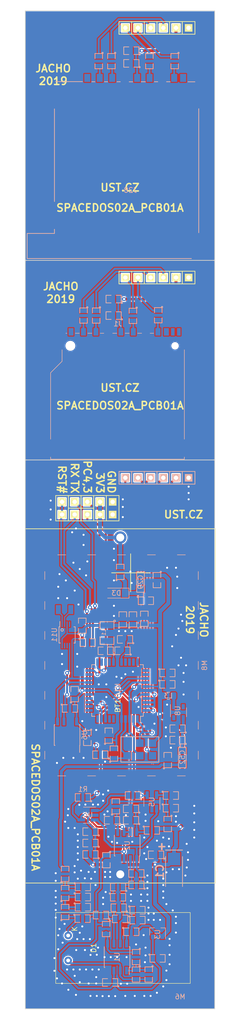
<source format=kicad_pcb>
(kicad_pcb (version 20171130) (host pcbnew "(6.0.0-rc1-dev-205-gc0615c5ef)")
  (title_block (title NAME) (date "%d. %m. %Y") (rev REV) (company "Mlab www.mlab.cz") (comment 1 VERSION) (comment 2 "Short description\\nTwo lines are maximum") (comment 3 "nickname <email@example.com>"))
  (layers (0 F.Cu signal hide) (31 B.Cu signal) (34 B.Paste user) (36 B.SilkS user) (37 F.SilkS user) (38 B.Mask user) (39 F.Mask user) (44 Edge.Cuts user))
  (net 0 "")
  (net 1 GND)
  (net 2 "Net-(C10-Pad2)")
  (net 3 /VCC1)
  (net 4 /VCC2)
  (net 5 /VCC3)
  (net 6 /VCC4)
  (net 7 "Net-(C10-Pad1)")
  (net 8 "Net-(C15-Pad1)")
  (net 9 "Net-(C15-Pad2)")
  (net 10 "Net-(C16-Pad1)")
  (net 11 "Net-(C18-Pad1)")
  (net 12 "Net-(C18-Pad2)")
  (net 13 "Net-(C19-Pad1)")
  (net 14 "Net-(R12-Pad2)")
  (net 15 "Net-(R13-Pad2)")
  (net 16 "Net-(C2-Pad1)")
  (net 17 /A)
  (net 18 /K)
  (net 19 "Net-(R1-Pad2)")
  (net 20 /cpu/AVCC)
  (net 21 /cpu/RST#)
  (net 22 /cpu/RST#_P)
  (net 23 /cpu/PC0)
  (net 24 /cpu/PC1)
  (net 25 /cpu/PB5)
  (net 26 /cpu/PB7)
  (net 27 /cpu/PB6)
  (net 28 /cpu/RX0)
  (net 29 /cpu/TX0)
  (net 30 "Net-(U11-Pad1)")
  (net 31 "Net-(U11-Pad2)")
  (net 32 +3V3)
  (net 33 "Net-(C21-Pad1)")
  (net 34 "Net-(C42-Pad1)")
  (net 35 +5V)
  (net 36 "Net-(L3-Pad2)")
  (net 37 PA1)
  (net 38 PA0)
  (net 39 "Net-(C40-Pad1)")
  (net 40 "Net-(C29-Pad1)")
  (net 41 /power/3)
  (net 42 PB0)
  (net 43 /cpu/SD_VDD)
  (net 44 /cpu/PB4)
  (net 45 "Net-(J1-Pad1)")
  (net 46 "Net-(J1-Pad2)")
  (net 47 "Net-(J1-Pad5)")
  (net 48 "Net-(J1-Pad7)")
  (net 49 /cpu/PC4)
  (net 50 /cpu/PC3)
  (net 51 "Net-(J14-Pad1)")
  (net 52 "Net-(J15-Pad1)")
  (net 53 "Net-(J17-Pad1)")
  (net 54 "Net-(J18-Pad1)")
  (net 55 /cpu/SD_VDD2)
  (net 56 /cpu/SD_VDD3)
  (net 57 "Net-(J28-Pad1)")
  (net 58 "Net-(J28-Pad2)")
  (net 59 "Net-(J28-Pad5)")
  (net 60 "Net-(J28-Pad7)")
  (net 61 "Net-(J21-Pad1)")
  (net 62 "Net-(J23-Pad1)")
  (net 63 "Net-(J25-Pad1)")
  (net 64 "Net-(J26-Pad1)")
  (module Mlab_IO:TSSOP-10_3x3mm_Pitch0.5mm (layer B.Cu) (at 8.382 -74.93 270)
    (fp_text reference U11 (at 0 2.55 270) (layer B.SilkS) (effects (justify mirror)))
    (fp_text value PCF85263A hide)
    (pad 10 smd rect (at 2.15 1 270) (size 1.1 0.25) (layers B.Cu B.Paste B.Mask) (net 32 +3V3))
    (pad 9 smd rect (at 2.15 0.5 270) (size 1.1 0.25) (layers B.Cu B.Paste B.Mask))
    (pad 8 smd rect (at 2.15 0 270) (size 1.1 0.25) (layers B.Cu B.Paste B.Mask))
    (pad 7 smd rect (at 2.15 -0.5 270) (size 1.1 0.25) (layers B.Cu B.Paste B.Mask) (net 23 /cpu/PC0))
    (pad 6 smd rect (at 2.15 -1 270) (size 1.1 0.25) (layers B.Cu B.Paste B.Mask) (net 24 /cpu/PC1))
    (pad 5 smd rect (at -2.15 -1 270) (size 1.1 0.25) (layers B.Cu B.Paste B.Mask) (net 1 GND))
    (pad 4 smd rect (at -2.15 -0.5 270) (size 1.1 0.25) (layers B.Cu B.Paste B.Mask))
    (pad 3 smd rect (at -2.15 0 270) (size 1.1 0.25) (layers B.Cu B.Paste B.Mask) (net 32 +3V3))
    (pad 2 smd rect (at -2.15 0.5 270) (size 1.1 0.25) (layers B.Cu B.Paste B.Mask) (net 31 "Net-(U11-Pad2)"))
    (pad 1 smd rect (at -2.15 1 270) (size 1.1 0.25) (layers B.Cu B.Paste B.Mask) (net 30 "Net-(U11-Pad1)"))
  )
  (module Mlab_R:SMD-0805 (layer B.Cu) (at 28.5115 -67.31)
    (fp_text reference C35)
    (fp_text value 100nF)
    (pad 1 smd rect (at -0.9525 0) (size 0.889 1.397) (layers B.Cu B.Paste B.Mask) (net 32 +3V3))
    (pad 2 smd rect (at 0.9525 0) (size 0.889 1.397) (layers B.Cu B.Paste B.Mask) (net 1 GND))
  )
  (module Mlab_Batery:BX0037_nez_sroubu (layer F.Cu) (at 19.05 -60.706 270)
    (fp_text reference BT1 (at 0 0.5 270) (layer F.SilkS))
    (fp_text value BX0037)
    (fp_text user + (at -26.67 -1.27 270) (layer F.SilkS) (effects (font (size 10 10))))
    (pad 2 thru_hole circle (at 33.75 0 270) (size 2.5 2.5) (drill 1.6) (layers *.Cu *.Mask) (net 1 GND))
    (pad 1 thru_hole circle (at -33.75 0 270) (size 2.5 2.5) (drill 1.6) (layers *.Cu *.Mask) (net 41 /power/3))
  )
  (module Mlab_IO:SOIC-8_3.9x4.9mm_Pitch1.27mm (layer B.Cu) (at 20.4403 -32.7101 90)
    (fp_text reference U2 (at 0 0 90) (layer B.SilkS) (effects (justify mirror)))
    (fp_text value OPA2314 hide)
    (pad 8 smd rect (at 2.7 1.905 90) (size 1.55 0.6) (layers B.Cu B.Paste B.Mask) (net 4 /VCC2))
    (pad 7 smd rect (at 2.7 0.635 90) (size 1.55 0.6) (layers B.Cu B.Paste B.Mask) (net 19 "Net-(R1-Pad2)"))
    (pad 6 smd rect (at 2.7 -0.635 90) (size 1.55 0.6) (layers B.Cu B.Paste B.Mask) (net 19 "Net-(R1-Pad2)"))
    (pad 5 smd rect (at 2.7 -1.905 90) (size 1.55 0.6) (layers B.Cu B.Paste B.Mask) (net 13 "Net-(C19-Pad1)"))
    (pad 4 smd rect (at -2.7 -1.905 90) (size 1.55 0.6) (layers B.Cu B.Paste B.Mask) (net 1 GND))
    (pad 3 smd rect (at -2.7 -0.635 90) (size 1.55 0.6) (layers B.Cu B.Paste B.Mask) (net 37 PA1))
    (pad 2 smd rect (at -2.7 0.635 90) (size 1.55 0.6) (layers B.Cu B.Paste B.Mask) (net 12 "Net-(C18-Pad2)"))
    (pad 1 smd rect (at -2.7 1.905 90) (size 1.55 0.6) (layers B.Cu B.Paste B.Mask) (net 11 "Net-(C18-Pad1)"))
  )
  (module Mlab_IO:SOIC-8_3.9x4.9mm_Pitch1.27mm (layer B.Cu) (at 18.4083 -10.3581 90)
    (fp_text reference U1 (at 0 0 90) (layer B.SilkS) (effects (justify mirror)))
    (fp_text value OPA2314 hide)
    (pad 8 smd rect (at 2.7 1.905 90) (size 1.55 0.6) (layers B.Cu B.Paste B.Mask) (net 3 /VCC1))
    (pad 7 smd rect (at 2.7 0.635 90) (size 1.55 0.6) (layers B.Cu B.Paste B.Mask) (net 8 "Net-(C15-Pad1)"))
    (pad 6 smd rect (at 2.7 -0.635 90) (size 1.55 0.6) (layers B.Cu B.Paste B.Mask) (net 9 "Net-(C15-Pad2)"))
    (pad 5 smd rect (at 2.7 -1.905 90) (size 1.55 0.6) (layers B.Cu B.Paste B.Mask) (net 7 "Net-(C10-Pad1)"))
    (pad 4 smd rect (at -2.7 -1.905 90) (size 1.55 0.6) (layers B.Cu B.Paste B.Mask) (net 1 GND))
    (pad 3 smd rect (at -2.7 -0.635 90) (size 1.55 0.6) (layers B.Cu B.Paste B.Mask) (net 37 PA1))
    (pad 2 smd rect (at -2.7 0.635 90) (size 1.55 0.6) (layers B.Cu B.Paste B.Mask) (net 17 /A))
    (pad 1 smd rect (at -2.7 1.905 90) (size 1.55 0.6) (layers B.Cu B.Paste B.Mask) (net 2 "Net-(C10-Pad2)"))
  )
  (module Mlab_R:SMD-0805 (layer B.Cu) (at 17.0105 -5.2781 180)
    (fp_text reference C3)
    (fp_text value 4u7)
    (pad 1 smd rect (at -0.9525 0 180) (size 0.889 1.397) (layers B.Cu B.Paste B.Mask) (net 37 PA1))
    (pad 2 smd rect (at 0.9525 0 180) (size 0.889 1.397) (layers B.Cu B.Paste B.Mask) (net 1 GND))
  )
  (module Mlab_R:SMD-0805 (layer B.Cu) (at 22.2183 -10.3581 270)
    (fp_text reference C10)
    (fp_text value 100nF)
    (pad 1 smd rect (at -0.9525 0 270) (size 0.889 1.397) (layers B.Cu B.Paste B.Mask) (net 7 "Net-(C10-Pad1)"))
    (pad 2 smd rect (at 0.9525 0 270) (size 0.889 1.397) (layers B.Cu B.Paste B.Mask) (net 2 "Net-(C10-Pad2)"))
  )
  (module Mlab_R:SMD-0805 (layer B.Cu) (at 22.2183 -6.8656 270)
    (fp_text reference C5)
    (fp_text value "1pFNP0 251R15S1R0AV4E" hide)
    (pad 1 smd rect (at -0.9525 0 270) (size 0.889 1.397) (layers B.Cu B.Paste B.Mask) (net 2 "Net-(C10-Pad2)"))
    (pad 2 smd rect (at 0.9525 0 270) (size 0.889 1.397) (layers B.Cu B.Paste B.Mask) (net 17 /A))
  )
  (module Mlab_R:SMD-0805 (layer B.Cu) (at 24.7583 -6.8656 270)
    (fp_text reference R6)
    (fp_text value 10M)
    (pad 1 smd rect (at -0.9525 0 270) (size 0.889 1.397) (layers B.Cu B.Paste B.Mask) (net 2 "Net-(C10-Pad2)"))
    (pad 2 smd rect (at 0.9525 0 270) (size 0.889 1.397) (layers B.Cu B.Paste B.Mask) (net 17 /A))
  )
  (module Mlab_R:SMD-0805 (layer B.Cu) (at 26.5363 -10.1041)
    (fp_text reference C20)
    (fp_text value 100nF)
    (pad 1 smd rect (at -0.9525 0) (size 0.889 1.397) (layers B.Cu B.Paste B.Mask) (net 37 PA1))
    (pad 2 smd rect (at 0.9525 0) (size 0.889 1.397) (layers B.Cu B.Paste B.Mask) (net 1 GND))
  )
  (module Mlab_R:SMD-0805 (layer B.Cu) (at 7.9883 -19.4056 90)
    (fp_text reference R22)
    (fp_text value 4k7)
    (pad 1 smd rect (at -0.9525 0 90) (size 0.889 1.397) (layers B.Cu B.Paste B.Mask) (net 18 /K))
    (pad 2 smd rect (at 0.9525 0 90) (size 0.889 1.397) (layers B.Cu B.Paste B.Mask) (net 16 "Net-(C2-Pad1)"))
  )
  (module Mlab_R:SMD-0805 (layer B.Cu) (at 7.9883 -23.2156 90)
    (fp_text reference R19)
    (fp_text value 4k7)
    (pad 1 smd rect (at -0.9525 0 90) (size 0.889 1.397) (layers B.Cu B.Paste B.Mask) (net 16 "Net-(C2-Pad1)"))
    (pad 2 smd rect (at 0.9525 0 90) (size 0.889 1.397) (layers B.Cu B.Paste B.Mask) (net 33 "Net-(C21-Pad1)"))
  )
  (module Mlab_R:SMD-0805 (layer B.Cu) (at 7.9883 -27.0256 90)
    (fp_text reference R15)
    (fp_text value 4k7)
    (pad 1 smd rect (at -0.9525 0 90) (size 0.889 1.397) (layers B.Cu B.Paste B.Mask) (net 33 "Net-(C21-Pad1)"))
    (pad 2 smd rect (at 0.9525 0 90) (size 0.889 1.397) (layers B.Cu B.Paste B.Mask) (net 35 +5V))
  )
  (module Mlab_R:SMD-0805 (layer B.Cu) (at 11.5443 -24.4221)
    (fp_text reference C21)
    (fp_text value 10uF)
    (pad 1 smd rect (at -0.9525 0) (size 0.889 1.397) (layers B.Cu B.Paste B.Mask) (net 33 "Net-(C21-Pad1)"))
    (pad 2 smd rect (at 0.9525 0) (size 0.889 1.397) (layers B.Cu B.Paste B.Mask) (net 1 GND))
  )
  (module Mlab_R:SMD-0805 (layer B.Cu) (at 11.5443 -22.3901)
    (fp_text reference C23)
    (fp_text value 10uF)
    (pad 1 smd rect (at -0.9525 0) (size 0.889 1.397) (layers B.Cu B.Paste B.Mask) (net 16 "Net-(C2-Pad1)"))
    (pad 2 smd rect (at 0.9525 0) (size 0.889 1.397) (layers B.Cu B.Paste B.Mask) (net 1 GND))
  )
  (module Mlab_R:SMD-0805 (layer B.Cu) (at 11.5443 -20.3581)
    (fp_text reference C2)
    (fp_text value 100nF)
    (pad 1 smd rect (at -0.9525 0) (size 0.889 1.397) (layers B.Cu B.Paste B.Mask) (net 16 "Net-(C2-Pad1)"))
    (pad 2 smd rect (at 0.9525 0) (size 0.889 1.397) (layers B.Cu B.Paste B.Mask) (net 1 GND))
  )
  (module Mlab_R:SMD-0805 (layer B.Cu) (at 11.4808 -18.0721)
    (fp_text reference C24)
    (fp_text value 1uF)
    (pad 1 smd rect (at -0.9525 0) (size 0.889 1.397) (layers B.Cu B.Paste B.Mask) (net 18 /K))
    (pad 2 smd rect (at 0.9525 0) (size 0.889 1.397) (layers B.Cu B.Paste B.Mask) (net 37 PA1))
  )
  (module Mlab_R:SMD-0805 (layer B.Cu) (at 15.1698 -18.777 180)
    (fp_text reference R8)
    (fp_text value 1k)
    (pad 1 smd rect (at -0.9525 0 180) (size 0.889 1.397) (layers B.Cu B.Paste B.Mask) (net 9 "Net-(C15-Pad2)"))
    (pad 2 smd rect (at 0.9525 0 180) (size 0.889 1.397) (layers B.Cu B.Paste B.Mask) (net 37 PA1))
  )
  (module Mlab_R:SMD-0805 (layer B.Cu) (at 16.213 -15.9795 270)
    (fp_text reference R7)
    (fp_text value 10k)
    (pad 1 smd rect (at -0.9525 0 270) (size 0.889 1.397) (layers B.Cu B.Paste B.Mask) (net 37 PA1))
    (pad 2 smd rect (at 0.9525 0 270) (size 0.889 1.397) (layers B.Cu B.Paste B.Mask) (net 7 "Net-(C10-Pad1)"))
  )
  (module Mlab_R:SMD-0805 (layer B.Cu) (at 21.2658 -15.4381)
    (fp_text reference R2)
    (fp_text value 470R)
    (pad 1 smd rect (at -0.9525 0) (size 0.889 1.397) (layers B.Cu B.Paste B.Mask) (net 3 /VCC1))
    (pad 2 smd rect (at 0.9525 0) (size 0.889 1.397) (layers B.Cu B.Paste B.Mask) (net 32 +3V3))
  )
  (module Mlab_R:SMD-0805 (layer B.Cu) (at 22.5105 -17.777)
    (fp_text reference C11)
    (fp_text value 100nF)
    (pad 1 smd rect (at -0.9525 0) (size 0.889 1.397) (layers B.Cu B.Paste B.Mask) (net 3 /VCC1))
    (pad 2 smd rect (at 0.9525 0) (size 0.889 1.397) (layers B.Cu B.Paste B.Mask) (net 1 GND))
  )
  (module Mlab_R:SMD-0805 (layer B.Cu) (at 22.5105 -19.7561)
    (fp_text reference C6)
    (fp_text value 10uF)
    (pad 1 smd rect (at -0.9525 0) (size 0.889 1.397) (layers B.Cu B.Paste B.Mask) (net 3 /VCC1))
    (pad 2 smd rect (at 0.9525 0) (size 0.889 1.397) (layers B.Cu B.Paste B.Mask) (net 1 GND))
  )
  (module Mlab_R:SMD-0805 (layer B.Cu) (at 19.0105 -18.027 180)
    (fp_text reference R9)
    (fp_text value 4k7)
    (pad 1 smd rect (at -0.9525 0 180) (size 0.889 1.397) (layers B.Cu B.Paste B.Mask) (net 8 "Net-(C15-Pad1)"))
    (pad 2 smd rect (at 0.9525 0 180) (size 0.889 1.397) (layers B.Cu B.Paste B.Mask) (net 9 "Net-(C15-Pad2)"))
  )
  (module Mlab_R:SMD-0805 (layer B.Cu) (at 18.7258 -20.2641 180)
    (fp_text reference C15)
    (fp_text value 3n3)
    (pad 1 smd rect (at -0.9525 0 180) (size 0.889 1.397) (layers B.Cu B.Paste B.Mask) (net 8 "Net-(C15-Pad1)"))
    (pad 2 smd rect (at 0.9525 0 180) (size 0.889 1.397) (layers B.Cu B.Paste B.Mask) (net 9 "Net-(C15-Pad2)"))
  )
  (module Mlab_R:SMD-0805 (layer B.Cu) (at 18.6055 -22.352)
    (fp_text reference C16)
    (fp_text value 100nF)
    (pad 1 smd rect (at -0.9525 0) (size 0.889 1.397) (layers B.Cu B.Paste B.Mask) (net 10 "Net-(C16-Pad1)"))
    (pad 2 smd rect (at 0.9525 0) (size 0.889 1.397) (layers B.Cu B.Paste B.Mask) (net 8 "Net-(C15-Pad1)"))
  )
  (module Mlab_R:SMD-0805 (layer B.Cu) (at 18.6055 -24.384 180)
    (fp_text reference R10)
    (fp_text value 1k)
    (pad 1 smd rect (at -0.9525 0 180) (size 0.889 1.397) (layers B.Cu B.Paste B.Mask) (net 12 "Net-(C18-Pad2)"))
    (pad 2 smd rect (at 0.9525 0 180) (size 0.889 1.397) (layers B.Cu B.Paste B.Mask) (net 10 "Net-(C16-Pad1)"))
  )
  (module Mlab_R:SMD-0805 (layer B.Cu) (at 16.256 -29.7815 270)
    (fp_text reference C17)
    (fp_text value 4u7)
    (pad 1 smd rect (at -0.9525 0 270) (size 0.889 1.397) (layers B.Cu B.Paste B.Mask) (net 37 PA1))
    (pad 2 smd rect (at 0.9525 0 270) (size 0.889 1.397) (layers B.Cu B.Paste B.Mask) (net 1 GND))
  )
  (module Mlab_R:SMD-0805 (layer B.Cu) (at 22.2818 -24.8361 180)
    (fp_text reference R11)
    (fp_text value 4k7)
    (pad 1 smd rect (at -0.9525 0 180) (size 0.889 1.397) (layers B.Cu B.Paste B.Mask) (net 11 "Net-(C18-Pad1)"))
    (pad 2 smd rect (at 0.9525 0 180) (size 0.889 1.397) (layers B.Cu B.Paste B.Mask) (net 12 "Net-(C18-Pad2)"))
  )
  (module Mlab_R:SMD-0805 (layer B.Cu) (at 22.2818 -27.1221 180)
    (fp_text reference C18)
    (fp_text value 2n2)
    (pad 1 smd rect (at -0.9525 0 180) (size 0.889 1.397) (layers B.Cu B.Paste B.Mask) (net 11 "Net-(C18-Pad1)"))
    (pad 2 smd rect (at 0.9525 0 180) (size 0.889 1.397) (layers B.Cu B.Paste B.Mask) (net 12 "Net-(C18-Pad2)"))
  )
  (module Mlab_R:SMD-0805 (layer B.Cu) (at 13.0743 -30.9321 180)
    (fp_text reference R4)
    (fp_text value 470R)
    (pad 1 smd rect (at -0.9525 0 180) (size 0.889 1.397) (layers B.Cu B.Paste B.Mask) (net 5 /VCC3))
    (pad 2 smd rect (at 0.9525 0 180) (size 0.889 1.397) (layers B.Cu B.Paste B.Mask) (net 32 +3V3))
  )
  (module Mlab_R:SMD-0805 (layer B.Cu) (at 13.0743 -33.2181 180)
    (fp_text reference C8)
    (fp_text value 10uF)
    (pad 1 smd rect (at -0.9525 0 180) (size 0.889 1.397) (layers B.Cu B.Paste B.Mask) (net 5 /VCC3))
    (pad 2 smd rect (at 0.9525 0 180) (size 0.889 1.397) (layers B.Cu B.Paste B.Mask) (net 1 GND))
  )
  (module Mlab_R:SMD-0805 (layer B.Cu) (at 13.0743 -35.5041 180)
    (fp_text reference C13)
    (fp_text value 100nF)
    (pad 1 smd rect (at -0.9525 0 180) (size 0.889 1.397) (layers B.Cu B.Paste B.Mask) (net 5 /VCC3))
    (pad 2 smd rect (at 0.9525 0 180) (size 0.889 1.397) (layers B.Cu B.Paste B.Mask) (net 1 GND))
  )
  (module Mlab_R:SMD-0805 (layer B.Cu) (at 26.2255 -30.861 180)
    (fp_text reference C4)
    (fp_text value 10uF)
    (pad 1 smd rect (at -0.9525 0 180) (size 0.889 1.397) (layers B.Cu B.Paste B.Mask) (net 32 +3V3))
    (pad 2 smd rect (at 0.9525 0 180) (size 0.889 1.397) (layers B.Cu B.Paste B.Mask) (net 1 GND))
  )
  (module Mlab_R:SMD-0805 (layer B.Cu) (at 25.3933 -35.7581)
    (fp_text reference R3)
    (fp_text value 470R)
    (pad 1 smd rect (at -0.9525 0) (size 0.889 1.397) (layers B.Cu B.Paste B.Mask) (net 4 /VCC2))
    (pad 2 smd rect (at 0.9525 0) (size 0.889 1.397) (layers B.Cu B.Paste B.Mask) (net 32 +3V3))
  )
  (module Mlab_R:SMD-0805 (layer B.Cu) (at 28.5683 -37.0281 270)
    (fp_text reference R5)
    (fp_text value 470R)
    (pad 1 smd rect (at -0.9525 0 270) (size 0.889 1.397) (layers B.Cu B.Paste B.Mask) (net 6 /VCC4))
    (pad 2 smd rect (at 0.9525 0 270) (size 0.889 1.397) (layers B.Cu B.Paste B.Mask) (net 32 +3V3))
  )
  (module Mlab_R:SMD-0805 (layer B.Cu) (at 11.5503 -42.3621 180)
    (fp_text reference R1 (at 0 1.65 180) (layer B.SilkS) (effects (justify mirror)))
    (fp_text value 10R hide)
    (pad 1 smd rect (at -0.9525 0 180) (size 0.889 1.397) (layers B.Cu B.Paste B.Mask) (net 38 PA0))
    (pad 2 smd rect (at 0.9525 0 180) (size 0.889 1.397) (layers B.Cu B.Paste B.Mask) (net 19 "Net-(R1-Pad2)"))
  )
  (module Mlab_R:SMD-0805 (layer B.Cu) (at 17.3923 -37.7901 180)
    (fp_text reference C19)
    (fp_text value 1nF/NP0)
    (pad 1 smd rect (at -0.9525 0 180) (size 0.889 1.397) (layers B.Cu B.Paste B.Mask) (net 13 "Net-(C19-Pad1)"))
    (pad 2 smd rect (at 0.9525 0 180) (size 0.889 1.397) (layers B.Cu B.Paste B.Mask) (net 1 GND))
  )
  (module Mlab_R:SMD-0805 (layer B.Cu) (at 18.1543 -40.5841 90)
    (fp_text reference R13)
    (fp_text value 2k2)
    (pad 1 smd rect (at -0.9525 0 90) (size 0.889 1.397) (layers B.Cu B.Paste B.Mask) (net 13 "Net-(C19-Pad1)"))
    (pad 2 smd rect (at 0.9525 0 90) (size 0.889 1.397) (layers B.Cu B.Paste B.Mask) (net 15 "Net-(R13-Pad2)"))
  )
  (module Mlab_R:SMD-0805 (layer B.Cu) (at 21.2023 -37.7901 180)
    (fp_text reference C12)
    (fp_text value 100nF)
    (pad 1 smd rect (at -0.9525 0 180) (size 0.889 1.397) (layers B.Cu B.Paste B.Mask) (net 4 /VCC2))
    (pad 2 smd rect (at 0.9525 0 180) (size 0.889 1.397) (layers B.Cu B.Paste B.Mask) (net 1 GND))
  )
  (module Mlab_R:SMD-0805 (layer B.Cu) (at 21.2023 -40.0761 180)
    (fp_text reference C7)
    (fp_text value 10uF)
    (pad 1 smd rect (at -0.9525 0 180) (size 0.889 1.397) (layers B.Cu B.Paste B.Mask) (net 4 /VCC2))
    (pad 2 smd rect (at 0.9525 0 180) (size 0.889 1.397) (layers B.Cu B.Paste B.Mask) (net 1 GND))
  )
  (module Mlab_R:SMD-0805 (layer B.Cu) (at 21.5833 -42.7431 180)
    (fp_text reference R12)
    (fp_text value 10k)
    (pad 1 smd rect (at -0.9525 0 180) (size 0.889 1.397) (layers B.Cu B.Paste B.Mask) (net 42 PB0))
    (pad 2 smd rect (at 0.9525 0 180) (size 0.889 1.397) (layers B.Cu B.Paste B.Mask) (net 14 "Net-(R12-Pad2)"))
  )
  (module Mlab_R:SMD-0805 (layer B.Cu) (at 29.2033 -40.2031)
    (fp_text reference C9)
    (fp_text value 10uF)
    (pad 1 smd rect (at -0.9525 0) (size 0.889 1.397) (layers B.Cu B.Paste B.Mask) (net 6 /VCC4))
    (pad 2 smd rect (at 0.9525 0) (size 0.889 1.397) (layers B.Cu B.Paste B.Mask) (net 1 GND))
  )
  (module Mlab_R:SMD-0805 (layer B.Cu) (at 29.2033 -42.7431)
    (fp_text reference C14)
    (fp_text value 100nF)
    (pad 1 smd rect (at -0.9525 0) (size 0.889 1.397) (layers B.Cu B.Paste B.Mask) (net 6 /VCC4))
    (pad 2 smd rect (at 0.9525 0) (size 0.889 1.397) (layers B.Cu B.Paste B.Mask) (net 1 GND))
  )
  (module Mlab_R:SMD-0805 (layer B.Cu) (at 15.0495 -50.927 180)
    (fp_text reference C43)
    (fp_text value 4u7)
    (pad 1 smd rect (at -0.9525 0 180) (size 0.889 1.397) (layers B.Cu B.Paste B.Mask) (net 22 /cpu/RST#_P))
    (pad 2 smd rect (at 0.9525 0 180) (size 0.889 1.397) (layers B.Cu B.Paste B.Mask) (net 21 /cpu/RST#))
  )
  (module Mlab_R:SMD-0805 (layer B.Cu) (at 17.78 -51.1556 90)
    (fp_text reference R23)
    (fp_text value 10k)
    (pad 1 smd rect (at -0.9525 0 90) (size 0.889 1.397) (layers B.Cu B.Paste B.Mask) (net 22 /cpu/RST#_P))
    (pad 2 smd rect (at 0.9525 0 90) (size 0.889 1.397) (layers B.Cu B.Paste B.Mask) (net 32 +3V3))
  )
  (module Mlab_R:SMD-0805 (layer B.Cu) (at 16.75 -54.75 90)
    (fp_text reference C34)
    (fp_text value 100nF)
    (pad 1 smd rect (at -0.9525 0 90) (size 0.889 1.397) (layers B.Cu B.Paste B.Mask) (net 32 +3V3))
    (pad 2 smd rect (at 0.9525 0 90) (size 0.889 1.397) (layers B.Cu B.Paste B.Mask) (net 1 GND))
  )
  (module Mlab_R:SMD-0805 (layer B.Cu) (at 28.575 -49.8475 90)
    (fp_text reference C54)
    (fp_text value 100nF)
    (pad 1 smd rect (at -0.9525 0 90) (size 0.889 1.397) (layers B.Cu B.Paste B.Mask) (net 35 +5V))
    (pad 2 smd rect (at 0.9525 0 90) (size 0.889 1.397) (layers B.Cu B.Paste B.Mask) (net 1 GND))
  )
  (module Mlab_R:SMD-0805 (layer B.Cu) (at 30.5435 -53.848 180)
    (fp_text reference C50)
    (fp_text value 10uF)
    (pad 1 smd rect (at -0.9525 0 180) (size 0.889 1.397) (layers B.Cu B.Paste B.Mask) (net 34 "Net-(C42-Pad1)"))
    (pad 2 smd rect (at 0.9525 0 180) (size 0.889 1.397) (layers B.Cu B.Paste B.Mask) (net 1 GND))
  )
  (module Mlab_R:SMD-0805 (layer B.Cu) (at 30.5435 -56.134 180)
    (fp_text reference C42)
    (fp_text value 10uF)
    (pad 1 smd rect (at -0.9525 0 180) (size 0.889 1.397) (layers B.Cu B.Paste B.Mask) (net 34 "Net-(C42-Pad1)"))
    (pad 2 smd rect (at 0.9525 0 180) (size 0.889 1.397) (layers B.Cu B.Paste B.Mask) (net 1 GND))
  )
  (module Mlab_R:SMD-0805 (layer B.Cu) (at 28.5115 -65.024)
    (fp_text reference C32)
    (fp_text value 100nF)
    (pad 1 smd rect (at -0.9525 0) (size 0.889 1.397) (layers B.Cu B.Paste B.Mask) (net 32 +3V3))
    (pad 2 smd rect (at 0.9525 0) (size 0.889 1.397) (layers B.Cu B.Paste B.Mask) (net 1 GND))
  )
  (module Mlab_R:SMD-0805 (layer B.Cu) (at 9.906 -63.0555 90)
    (fp_text reference C39)
    (fp_text value 100nF)
    (pad 1 smd rect (at -0.9525 0 90) (size 0.889 1.397) (layers B.Cu B.Paste B.Mask) (net 32 +3V3))
    (pad 2 smd rect (at 0.9525 0 90) (size 0.889 1.397) (layers B.Cu B.Paste B.Mask) (net 1 GND))
  )
  (module Mlab_R:SMD-0805 (layer B.Cu) (at 19.05 -87.5665 90)
    (fp_text reference F2)
    (fp_text value 2R2 hide)
    (pad 1 smd rect (at -0.9525 0 90) (size 0.889 1.397) (layers B.Cu B.Paste B.Mask) (net 40 "Net-(C29-Pad1)"))
    (pad 2 smd rect (at 0.9525 0 90) (size 0.889 1.397) (layers B.Cu B.Paste B.Mask) (net 41 /power/3))
  )
  (module Mlab_R:SMD-0805 (layer B.Cu) (at 24.1935 -81.788)
    (fp_text reference C36)
    (fp_text value 10uF)
    (pad 1 smd rect (at -0.9525 0) (size 0.889 1.397) (layers B.Cu B.Paste B.Mask) (net 40 "Net-(C29-Pad1)"))
    (pad 2 smd rect (at 0.9525 0) (size 0.889 1.397) (layers B.Cu B.Paste B.Mask) (net 1 GND))
  )
  (module Mlab_R:SMD-0805 (layer B.Cu) (at 26.416 -85.9155 270)
    (fp_text reference C55)
    (fp_text value 100nF)
    (pad 1 smd rect (at -0.9525 0 270) (size 0.889 1.397) (layers B.Cu B.Paste B.Mask) (net 32 +3V3))
    (pad 2 smd rect (at 0.9525 0 270) (size 0.889 1.397) (layers B.Cu B.Paste B.Mask) (net 1 GND))
  )
  (module Mlab_R:SMD-0805 (layer B.Cu) (at 12.5095 -73.406)
    (fp_text reference R20)
    (fp_text value 10k)
    (pad 1 smd rect (at -0.9525 0) (size 0.889 1.397) (layers B.Cu B.Paste B.Mask) (net 24 /cpu/PC1))
    (pad 2 smd rect (at 0.9525 0) (size 0.889 1.397) (layers B.Cu B.Paste B.Mask) (net 32 +3V3))
  )
  (module Mlab_R:SMD-0805 (layer B.Cu) (at 16.129 -71.755 180)
    (fp_text reference C31)
    (fp_text value 100nF)
    (pad 1 smd rect (at -0.9525 0 180) (size 0.889 1.397) (layers B.Cu B.Paste B.Mask) (net 20 /cpu/AVCC))
    (pad 2 smd rect (at 0.9525 0 180) (size 0.889 1.397) (layers B.Cu B.Paste B.Mask) (net 1 GND))
  )
  (module Mlab_R:SMD-0805 (layer B.Cu) (at 23.876 -78.1685 90)
    (fp_text reference C26)
    (fp_text value 100nF)
    (pad 1 smd rect (at -0.9525 0 90) (size 0.889 1.397) (layers B.Cu B.Paste B.Mask) (net 32 +3V3))
    (pad 2 smd rect (at 0.9525 0 90) (size 0.889 1.397) (layers B.Cu B.Paste B.Mask) (net 1 GND))
  )
  (module Mlab_R:SMD-0805 (layer B.Cu) (at 21.59 -78.0415 90)
    (fp_text reference C27)
    (fp_text value 100nF)
    (pad 1 smd rect (at -0.9525 0 90) (size 0.889 1.397) (layers B.Cu B.Paste B.Mask) (net 32 +3V3))
    (pad 2 smd rect (at 0.9525 0 90) (size 0.889 1.397) (layers B.Cu B.Paste B.Mask) (net 1 GND))
  )
  (module Mlab_R:SMD-0805 (layer B.Cu) (at 19.558 -78.0415 90)
    (fp_text reference C28)
    (fp_text value 100nF)
    (pad 1 smd rect (at -0.9525 0 90) (size 0.889 1.397) (layers B.Cu B.Paste B.Mask) (net 32 +3V3))
    (pad 2 smd rect (at 0.9525 0 90) (size 0.889 1.397) (layers B.Cu B.Paste B.Mask) (net 1 GND))
  )
  (module Mlab_R:SMD-0805 (layer B.Cu) (at 8.9535 -60.198)
    (fp_text reference R21)
    (fp_text value 10k)
    (pad 1 smd rect (at -0.9525 0) (size 0.889 1.397) (layers B.Cu B.Paste B.Mask) (net 23 /cpu/PC0))
    (pad 2 smd rect (at 0.9525 0) (size 0.889 1.397) (layers B.Cu B.Paste B.Mask) (net 32 +3V3))
  )
  (module Mlab_R:SMD-0805 (layer B.Cu) (at 11.43 -76.7715 90)
    (fp_text reference C47)
    (fp_text value 100nF)
    (pad 1 smd rect (at -0.9525 0 90) (size 0.889 1.397) (layers B.Cu B.Paste B.Mask) (net 32 +3V3))
    (pad 2 smd rect (at 0.9525 0 90) (size 0.889 1.397) (layers B.Cu B.Paste B.Mask) (net 1 GND))
  )
  (module Mlab_R:SMD-0805 (layer B.Cu) (at 19.4945 -71.755 180)
    (fp_text reference C44)
    (fp_text value 100nF)
    (pad 1 smd rect (at -0.9525 0 180) (size 0.889 1.397) (layers B.Cu B.Paste B.Mask) (net 39 "Net-(C40-Pad1)"))
    (pad 2 smd rect (at 0.9525 0 180) (size 0.889 1.397) (layers B.Cu B.Paste B.Mask) (net 1 GND))
  )
  (module Mlab_R:SMD-0805 (layer B.Cu) (at 20.0025 -74.041 180)
    (fp_text reference C40)
    (fp_text value 10uF)
    (pad 1 smd rect (at -0.9525 0 180) (size 0.889 1.397) (layers B.Cu B.Paste B.Mask) (net 39 "Net-(C40-Pad1)"))
    (pad 2 smd rect (at 0.9525 0 180) (size 0.889 1.397) (layers B.Cu B.Paste B.Mask) (net 1 GND))
  )
  (module Mlab_Pin_Headers:Straight_1x02 (layer F.Cu) (at 17.526 -100.33)
    (fp_text reference J2 hide)
    (fp_text value HEADER_2x01_PARALLEL hide)
    (pad 2 thru_hole rect (at 0 1.27) (size 1.524 1.524) (drill 0.889) (layers *.Cu *.Mask F.SilkS) (net 1 GND))
    (pad 1 thru_hole rect (at 0 -1.27) (size 1.524 1.524) (drill 0.889) (layers *.Cu *.Mask F.SilkS) (net 1 GND))
  )
  (module Mlab_Pin_Headers:Straight_1x01 (layer F.Cu) (at 9.906 -99.06 90)
    (fp_text reference J7 hide)
    (fp_text value HEADER_1x01 hide)
    (pad 1 thru_hole rect (at 0 0 90) (size 1.524 1.524) (drill 0.889) (layers *.Cu *.Mask F.SilkS) (net 29 /cpu/TX0))
  )
  (module Mlab_Pin_Headers:Straight_1x01 (layer F.Cu) (at 12.446 -101.6 90)
    (fp_text reference J4 hide)
    (fp_text value HEADER_1x01 hide)
    (pad 1 thru_hole rect (at 0 0 90) (size 1.524 1.524) (drill 0.889) (layers *.Cu *.Mask F.SilkS) (net 49 /cpu/PC4))
  )
  (module Mlab_Pin_Headers:Straight_1x01 (layer F.Cu) (at 9.906 -101.6 90)
    (fp_text reference J6 hide)
    (fp_text value HEADER_1x01 hide)
    (pad 1 thru_hole rect (at 0 0 90) (size 1.524 1.524) (drill 0.889) (layers *.Cu *.Mask F.SilkS) (net 28 /cpu/RX0))
  )
  (module Mlab_Pin_Headers:Straight_1x01 (layer F.Cu) (at 12.446 -99.06 90)
    (fp_text reference J5 hide)
    (fp_text value HEADER_1x01 hide)
    (pad 1 thru_hole rect (at 0 0 90) (size 1.524 1.524) (drill 0.889) (layers *.Cu *.Mask F.SilkS) (net 50 /cpu/PC3))
  )
  (module Mlab_Pin_Headers:Straight_2x01 (layer F.Cu) (at 7.366 -100.33 90)
    (fp_text reference J19 hide)
    (fp_text value HEADER_2x01_PARALLEL hide)
    (pad 2 thru_hole rect (at 1.27 0 90) (size 1.524 1.524) (drill 0.889) (layers *.Cu *.Mask F.SilkS) (net 21 /cpu/RST#))
    (pad 1 thru_hole rect (at -1.27 0 90) (size 1.524 1.524) (drill 0.889) (layers *.Cu *.Mask F.SilkS) (net 21 /cpu/RST#))
  )
  (module Mlab_C:TantalC_SizeC_Reflow (layer B.Cu) (at 29.8383 -27.5031 270)
    (fp_text reference C1 (at 0 2.85 270) (layer B.SilkS) (effects (font (size 1.524 1.524) (thickness 0.3048)) (justify mirror)))
    (fp_text value 22uF hide)
    (fp_text user + (at -4.99872 2.55016 270) (layer B.SilkS) (effects (font (size 1.524 1.524) (thickness 0.3048)) (justify mirror)))
    (pad 1 smd rect (at -2.52476 0 270) (size 2.55016 2.49936) (layers B.Cu B.Paste B.Mask) (net 32 +3V3))
    (pad 2 smd rect (at 2.52476 0 270) (size 2.55016 2.49936) (layers B.Cu B.Paste B.Mask) (net 1 GND))
  )
  (module Mlab_R:SMD-1210 (layer B.Cu) (at 16.383 -75.311 270)
    (fp_text reference L1 (at -0.127 0.635 270) (layer B.SilkS) (effects (font (size 0.762 0.762) (thickness 0.127)) (justify mirror)))
    (fp_text value "10uH - LQH32CN100K23L" hide)
    (pad 2 smd rect (at 1.524 0 270) (size 1.27 2.54) (layers B.Cu B.Paste B.Mask) (net 20 /cpu/AVCC))
    (pad 1 smd rect (at -1.524 0 270) (size 1.27 2.54) (layers B.Cu B.Paste B.Mask) (net 32 +3V3))
  )
  (module Mlab_Pin_Headers:SMD_2x03 (layer B.Cu) (at 22.9743 -51.9811 90)
    (fp_text reference J22 hide)
    (fp_text value HEADER_2x03 hide)
    (fp_text user 1 (at -2.921 2.54 90) (layer B.SilkS) (effects (font (size 0.5 0.5) (thickness 0.05)) (justify mirror)))
    (pad 1 smd rect (at -1.27 2.54 90) (size 1.524 1.524) (layers B.Cu B.Paste B.Mask) (net 27 /cpu/PB6))
    (pad 2 smd rect (at 1.27 2.54 90) (size 1.524 1.524) (layers B.Cu B.Paste B.Mask) (net 32 +3V3))
    (pad 3 smd rect (at -1.27 0 90) (size 1.524 1.524) (layers B.Cu B.Paste B.Mask) (net 26 /cpu/PB7))
    (pad 4 smd rect (at 1.27 0 90) (size 1.524 1.524) (layers B.Cu B.Paste B.Mask) (net 25 /cpu/PB5))
    (pad 5 smd rect (at -1.27 -2.54 90) (size 1.524 1.524) (layers B.Cu B.Paste B.Mask) (net 22 /cpu/RST#_P))
    (pad 6 smd rect (at 1.27 -2.54 90) (size 1.524 1.524) (layers B.Cu B.Paste B.Mask) (net 1 GND))
  )
  (module Mlab_Mechanical:BMI-S-210-F (layer B.Cu) (at 34.978 -0.411 90)
    (fp_text reference M6 (at 2.01 -3.915 180) (layer B.SilkS) (effects (justify mirror)))
    (fp_text value BMI-S-210-F)
    (pad 1 smd rect (at 37.4 -30.8 90) (size 3.8 1) (layers B.Cu B.Paste B.Mask) (net 1 GND))
    (pad 1 smd rect (at 31.4 -30.8 90) (size 3.8 1) (layers B.Cu B.Paste B.Mask) (net 1 GND))
    (pad 1 smd rect (at 25.4 -30.8 90) (size 3.8 1) (layers B.Cu B.Paste B.Mask) (net 1 GND))
    (pad 1 smd rect (at 19.4 -30.8 90) (size 3.8 1) (layers B.Cu B.Paste B.Mask) (net 1 GND))
    (pad 1 smd rect (at 13.4 -30.8 90) (size 3.8 1) (layers B.Cu B.Paste B.Mask) (net 1 GND))
    (pad 1 smd rect (at 7.4 -30.8 90) (size 3.8 1) (layers B.Cu B.Paste B.Mask) (net 1 GND))
    (pad 1 smd rect (at 37.4 -0.5 90) (size 3.8 1) (layers B.Cu B.Paste B.Mask) (net 1 GND))
    (pad 1 smd rect (at 31.4 -0.5 90) (size 3.8 1) (layers B.Cu B.Paste B.Mask) (net 1 GND))
    (pad 1 smd rect (at 25.4 -0.5 90) (size 3.8 1) (layers B.Cu B.Paste B.Mask) (net 1 GND))
    (pad 1 smd rect (at 19.4 -0.5 90) (size 3.8 1) (layers B.Cu B.Paste B.Mask) (net 1 GND))
    (pad 1 smd rect (at 13.4 -0.5 90) (size 3.8 1) (layers B.Cu B.Paste B.Mask) (net 1 GND))
    (pad 1 smd rect (at 7.4 -0.5 90) (size 3.8 1) (layers B.Cu B.Paste B.Mask) (net 1 GND))
    (pad 1 smd rect (at 43.15 -30.025 90) (size 3.3 2.55) (layers B.Cu B.Paste B.Mask) (net 1 GND))
    (pad 1 smd rect (at 1.65 -30.025 90) (size 3.3 2.55) (layers B.Cu B.Paste B.Mask) (net 1 GND))
    (pad 1 smd rect (at 43.15 -1.275 90) (size 3.3 2.55) (layers B.Cu B.Paste B.Mask) (net 1 GND))
    (pad 1 smd rect (at 1.65 -1.275 90) (size 3.3 2.55) (layers B.Cu B.Paste B.Mask) (net 1 GND))
    (pad 1 smd rect (at 0.5 -6.65 90) (size 1 3.8) (layers B.Cu B.Paste B.Mask) (net 1 GND))
    (pad 1 smd rect (at 0.5 -12.65 90) (size 1 3.8) (layers B.Cu B.Paste B.Mask) (net 1 GND))
    (pad 1 smd rect (at 0.5 -18.65 90) (size 1 3.8) (layers B.Cu B.Paste B.Mask) (net 1 GND))
    (pad 1 smd rect (at 0.5 -24.65 90) (size 1 3.8) (layers B.Cu B.Paste B.Mask) (net 1 GND))
    (pad 1 smd rect (at 44.3 -6.65 90) (size 1 3.8) (layers B.Cu B.Paste B.Mask) (net 1 GND))
    (pad 1 smd rect (at 44.3 -12.65 90) (size 1 3.8) (layers B.Cu B.Paste B.Mask) (net 1 GND))
    (pad 1 smd rect (at 44.3 -18.65 90) (size 1 3.8) (layers B.Cu B.Paste B.Mask) (net 1 GND))
    (pad 1 smd rect (at 44.3 -24.65 90) (size 1 3.8) (layers B.Cu B.Paste B.Mask) (net 1 GND))
  )
  (module Package_QFP:TQFP-44_10x10mm_P0.8mm (layer B.Cu) (at 18.4963 -63.7961 90)
    (fp_text reference U10 (at -0.004 0.033 90) (layer B.SilkS) (effects (justify mirror)))
    (fp_text value ATMEGA1284P-AU hide)
    (pad 1 smd rect (at -5.7 4 90) (size 1.5 0.55) (layers B.Cu B.Paste B.Mask) (net 25 /cpu/PB5))
    (pad 2 smd rect (at -5.7 3.2 90) (size 1.5 0.55) (layers B.Cu B.Paste B.Mask) (net 27 /cpu/PB6))
    (pad 3 smd rect (at -5.7 2.4 90) (size 1.5 0.55) (layers B.Cu B.Paste B.Mask) (net 26 /cpu/PB7))
    (pad 4 smd rect (at -5.7 1.6 90) (size 1.5 0.55) (layers B.Cu B.Paste B.Mask) (net 22 /cpu/RST#_P))
    (pad 5 smd rect (at -5.7 0.8 90) (size 1.5 0.55) (layers B.Cu B.Paste B.Mask) (net 32 +3V3))
    (pad 6 smd rect (at -5.7 0 90) (size 1.5 0.55) (layers B.Cu B.Paste B.Mask) (net 1 GND))
    (pad 7 smd rect (at -5.7 -0.8 90) (size 1.5 0.55) (layers B.Cu B.Paste B.Mask))
    (pad 8 smd rect (at -5.7 -1.6 90) (size 1.5 0.55) (layers B.Cu B.Paste B.Mask))
    (pad 9 smd rect (at -5.7 -2.4 90) (size 1.5 0.55) (layers B.Cu B.Paste B.Mask) (net 28 /cpu/RX0))
    (pad 10 smd rect (at -5.7 -3.2 90) (size 1.5 0.55) (layers B.Cu B.Paste B.Mask) (net 29 /cpu/TX0))
    (pad 11 smd rect (at -5.7 -4 90) (size 1.5 0.55) (layers B.Cu B.Paste B.Mask))
    (pad 12 smd rect (at -4 -5.7) (size 1.5 0.55) (layers B.Cu B.Paste B.Mask))
    (pad 13 smd rect (at -3.2 -5.7) (size 1.5 0.55) (layers B.Cu B.Paste B.Mask))
    (pad 14 smd rect (at -2.4 -5.7) (size 1.5 0.55) (layers B.Cu B.Paste B.Mask))
    (pad 15 smd rect (at -1.6 -5.7) (size 1.5 0.55) (layers B.Cu B.Paste B.Mask))
    (pad 16 smd rect (at -0.8 -5.7) (size 1.5 0.55) (layers B.Cu B.Paste B.Mask))
    (pad 17 smd rect (at 0 -5.7) (size 1.5 0.55) (layers B.Cu B.Paste B.Mask) (net 32 +3V3))
    (pad 18 smd rect (at 0.8 -5.7) (size 1.5 0.55) (layers B.Cu B.Paste B.Mask) (net 1 GND))
    (pad 19 smd rect (at 1.6 -5.7) (size 1.5 0.55) (layers B.Cu B.Paste B.Mask) (net 23 /cpu/PC0))
    (pad 20 smd rect (at 2.4 -5.7) (size 1.5 0.55) (layers B.Cu B.Paste B.Mask) (net 24 /cpu/PC1))
    (pad 21 smd rect (at 3.2 -5.7) (size 1.5 0.55) (layers B.Cu B.Paste B.Mask))
    (pad 22 smd rect (at 4 -5.7) (size 1.5 0.55) (layers B.Cu B.Paste B.Mask) (net 50 /cpu/PC3))
    (pad 23 smd rect (at 5.7 -4 90) (size 1.5 0.55) (layers B.Cu B.Paste B.Mask) (net 49 /cpu/PC4))
    (pad 24 smd rect (at 5.7 -3.2 90) (size 1.5 0.55) (layers B.Cu B.Paste B.Mask))
    (pad 25 smd rect (at 5.7 -2.4 90) (size 1.5 0.55) (layers B.Cu B.Paste B.Mask))
    (pad 26 smd rect (at 5.7 -1.6 90) (size 1.5 0.55) (layers B.Cu B.Paste B.Mask))
    (pad 27 smd rect (at 5.7 -0.8 90) (size 1.5 0.55) (layers B.Cu B.Paste B.Mask) (net 20 /cpu/AVCC))
    (pad 28 smd rect (at 5.7 0 90) (size 1.5 0.55) (layers B.Cu B.Paste B.Mask) (net 1 GND))
    (pad 29 smd rect (at 5.7 0.8 90) (size 1.5 0.55) (layers B.Cu B.Paste B.Mask) (net 39 "Net-(C40-Pad1)"))
    (pad 30 smd rect (at 5.7 1.6 90) (size 1.5 0.55) (layers B.Cu B.Paste B.Mask))
    (pad 31 smd rect (at 5.7 2.4 90) (size 1.5 0.55) (layers B.Cu B.Paste B.Mask))
    (pad 32 smd rect (at 5.7 3.2 90) (size 1.5 0.55) (layers B.Cu B.Paste B.Mask))
    (pad 33 smd rect (at 5.7 4 90) (size 1.5 0.55) (layers B.Cu B.Paste B.Mask))
    (pad 34 smd rect (at 4 5.7) (size 1.5 0.55) (layers B.Cu B.Paste B.Mask))
    (pad 35 smd rect (at 3.2 5.7) (size 1.5 0.55) (layers B.Cu B.Paste B.Mask))
    (pad 36 smd rect (at 2.4 5.7) (size 1.5 0.55) (layers B.Cu B.Paste B.Mask) (net 37 PA1))
    (pad 37 smd rect (at 1.6 5.7) (size 1.5 0.55) (layers B.Cu B.Paste B.Mask) (net 38 PA0))
    (pad 38 smd rect (at 0.8 5.7) (size 1.5 0.55) (layers B.Cu B.Paste B.Mask) (net 32 +3V3))
    (pad 39 smd rect (at 0 5.7) (size 1.5 0.55) (layers B.Cu B.Paste B.Mask) (net 1 GND))
    (pad 40 smd rect (at -0.8 5.7) (size 1.5 0.55) (layers B.Cu B.Paste B.Mask) (net 42 PB0))
    (pad 41 smd rect (at -1.6 5.7) (size 1.5 0.55) (layers B.Cu B.Paste B.Mask) (net 43 /cpu/SD_VDD))
    (pad 42 smd rect (at -2.4 5.7) (size 1.5 0.55) (layers B.Cu B.Paste B.Mask) (net 43 /cpu/SD_VDD))
    (pad 43 smd rect (at -3.2 5.7) (size 1.5 0.55) (layers B.Cu B.Paste B.Mask) (net 43 /cpu/SD_VDD))
    (pad 44 smd rect (at -4 5.7) (size 1.5 0.55) (layers B.Cu B.Paste B.Mask) (net 44 /cpu/PB4))
  )
  (module Package_TO_SOT_SMD:SOT-23-5_HandSoldering (layer B.Cu) (at 12.5663 -38.8061 180)
    (fp_text reference U4 (at 0 0 180) (layer B.SilkS) (effects (justify mirror)))
    (fp_text value TS7211 hide)
    (pad 1 smd rect (at -1.35 0.95 180) (size 1.56 0.65) (layers B.Cu B.Paste B.Mask) (net 14 "Net-(R12-Pad2)"))
    (pad 2 smd rect (at -1.35 0 180) (size 1.56 0.65) (layers B.Cu B.Paste B.Mask) (net 5 /VCC3))
    (pad 3 smd rect (at -1.35 -0.95 180) (size 1.56 0.65) (layers B.Cu B.Paste B.Mask) (net 11 "Net-(C18-Pad1)"))
    (pad 4 smd rect (at 1.35 -0.95 180) (size 1.56 0.65) (layers B.Cu B.Paste B.Mask) (net 19 "Net-(R1-Pad2)"))
    (pad 5 smd rect (at 1.35 0.95 180) (size 1.56 0.65) (layers B.Cu B.Paste B.Mask) (net 1 GND))
  )
  (module Package_TO_SOT_SMD:SOT-23-5_HandSoldering (layer B.Cu) (at 25.3933 -41.4731 90)
    (fp_text reference U5 (at 0 0 90) (layer B.SilkS) (effects (justify mirror)))
    (fp_text value TS5A4594 hide)
    (pad 5 smd rect (at 1.35 0.95 90) (size 1.56 0.65) (layers B.Cu B.Paste B.Mask) (net 6 /VCC4))
    (pad 4 smd rect (at 1.35 -0.95 90) (size 1.56 0.65) (layers B.Cu B.Paste B.Mask) (net 42 PB0))
    (pad 3 smd rect (at -1.35 -0.95 90) (size 1.56 0.65) (layers B.Cu B.Paste B.Mask) (net 1 GND))
    (pad 2 smd rect (at -1.35 0 90) (size 1.56 0.65) (layers B.Cu B.Paste B.Mask) (net 15 "Net-(R13-Pad2)"))
    (pad 1 smd rect (at -1.35 0.95 90) (size 1.56 0.65) (layers B.Cu B.Paste B.Mask) (net 11 "Net-(C18-Pad1)"))
  )
  (module Package_TO_SOT_SMD:SOT-23 (layer B.Cu) (at 26.5363 -15.4541 90)
    (fp_text reference U3 (at -0.524 0 90) (layer B.SilkS) (effects (justify mirror)))
    (fp_text value "ISL21080DIH312Z-TK  1V25" hide)
    (pad 3 smd rect (at 1 0 90) (size 0.9 0.8) (layers B.Cu B.Paste B.Mask) (net 1 GND))
    (pad 2 smd rect (at -1 -0.95 90) (size 0.9 0.8) (layers B.Cu B.Paste B.Mask) (net 37 PA1))
    (pad 1 smd rect (at -1 0.95 90) (size 0.9 0.8) (layers B.Cu B.Paste B.Mask) (net 32 +3V3))
  )
  (module Mlab_XTAL:ABS07 (layer B.Cu) (at 7.874 -80.01)
    (fp_text reference Y2)
    (fp_text value ABS07-120-32.768KHZ-T hide)
    (pad 1 smd rect (at 1.25 0) (size 1 1.8) (layers B.Cu B.Paste B.Mask) (net 31 "Net-(U11-Pad2)"))
    (pad 2 smd rect (at -1.25 0) (size 1 1.8) (layers B.Cu B.Paste B.Mask) (net 30 "Net-(U11-Pad1)"))
  )
  (module Resistor_SMD:R_0805_2012Metric_Pad1.15x1.40mm_HandSolder (layer B.Cu) (at 28.702 -62.738)
    (fp_text reference L3 (at 0 0) (layer B.SilkS) (effects (justify mirror)))
    (fp_text value DFE252012P-4R7M hide)
    (pad 1 smd roundrect (at -1.025 0) (size 1.15 1.4) (layers B.Cu B.Paste B.Mask) (roundrect_rratio 0.217391) (net 32 +3V3))
    (pad 2 smd roundrect (at 1.025 0) (size 1.15 1.4) (layers B.Cu B.Paste B.Mask) (roundrect_rratio 0.217391) (net 36 "Net-(L3-Pad2)"))
  )
  (module Package_TO_SOT_SMD:SOT-23-5 (layer B.Cu) (at 30.734 -59.436 270)
    (fp_text reference U8 (at -0.315 0.17 270) (layer B.SilkS) (effects (justify mirror)))
    (fp_text value TPS613222ADBV hide)
    (pad 1 smd rect (at -1.1 0.95 270) (size 1.06 0.65) (layers B.Cu B.Paste B.Mask) (net 36 "Net-(L3-Pad2)"))
    (pad 2 smd rect (at -1.1 0 270) (size 1.06 0.65) (layers B.Cu B.Paste B.Mask) (net 1 GND))
    (pad 3 smd rect (at -1.1 -0.95 270) (size 1.06 0.65) (layers B.Cu B.Paste B.Mask))
    (pad 4 smd rect (at 1.1 -0.95 270) (size 1.06 0.65) (layers B.Cu B.Paste B.Mask) (net 34 "Net-(C42-Pad1)"))
    (pad 5 smd rect (at 1.1 0.95 270) (size 1.06 0.65) (layers B.Cu B.Paste B.Mask))
  )
  (module Diode_SMD:D_MiniMELF (layer B.Cu) (at 18.26 -83.312 180)
    (fp_text reference D3 (at 0 0 180) (layer B.SilkS) (effects (justify mirror)))
    (fp_text value BZV55C-5,6V hide)
    (pad 1 smd rect (at -1.75 0 180) (size 1.3 1.7) (layers B.Cu B.Paste B.Mask) (net 40 "Net-(C29-Pad1)"))
    (pad 2 smd rect (at 1.75 0 180) (size 1.3 1.7) (layers B.Cu B.Paste B.Mask) (net 1 GND))
  )
  (module Mlab_L:FIR_0805 (layer B.Cu) (at 23.114 -85.518 90)
    (fp_text reference C29 (at 0 0 90) (layer B.SilkS) (effects (justify mirror)))
    (fp_text value NFM21PC105-1uF hide)
    (pad 1 smd rect (at -1.35 0 90) (size 1.3 1.5) (layers B.Cu B.Paste B.Mask) (net 40 "Net-(C29-Pad1)"))
    (pad 2 smd rect (at 0 0 90) (size 0.7 3) (layers B.Cu B.Paste B.Mask) (net 1 GND))
    (pad 3 smd rect (at 1.35 0 90) (size 1.3 1.5) (layers B.Cu B.Paste B.Mask) (net 32 +3V3))
  )
  (module Mlab_L:FIR_0805 (layer B.Cu) (at 31.496 -50.339 270)
    (fp_text reference C52 (at -0.08 0 270) (layer B.SilkS) (effects (justify mirror)))
    (fp_text value NFM21PC105-1uF hide)
    (pad 3 smd rect (at 1.35 0 270) (size 1.3 1.5) (layers B.Cu B.Paste B.Mask) (net 35 +5V))
    (pad 2 smd rect (at 0 0 270) (size 0.7 3) (layers B.Cu B.Paste B.Mask) (net 1 GND))
    (pad 1 smd rect (at -1.35 0 270) (size 1.3 1.5) (layers B.Cu B.Paste B.Mask) (net 34 "Net-(C42-Pad1)"))
  )
  (module Mlab_R:SMD-0805 (layer B.Cu) (at 17.7165 -142.24 180)
    (fp_text reference C22)
    (fp_text value 10uF)
    (pad 1 smd rect (at -0.9525 0 180) (size 0.889 1.397) (layers B.Cu B.Paste B.Mask) (net 55 /cpu/SD_VDD2))
    (pad 2 smd rect (at 0.9525 0 180) (size 0.889 1.397) (layers B.Cu B.Paste B.Mask) (net 1 GND))
  )
  (module Mlab_R:SMD-0805 (layer B.Cu) (at 17.7165 -138.938 180)
    (fp_text reference C25)
    (fp_text value 100nF)
    (pad 2 smd rect (at 0.9525 0 180) (size 0.889 1.397) (layers B.Cu B.Paste B.Mask) (net 1 GND))
    (pad 1 smd rect (at -0.9525 0 180) (size 0.889 1.397) (layers B.Cu B.Paste B.Mask) (net 55 /cpu/SD_VDD2))
  )
  (module Mlab_R:SMD-0805 (layer B.Cu) (at 12.446 -54.2925 270)
    (fp_text reference C30)
    (fp_text value 100nF)
    (pad 2 smd rect (at 0.9525 0 270) (size 0.889 1.397) (layers B.Cu B.Paste B.Mask) (net 1 GND))
    (pad 1 smd rect (at -0.9525 0 270) (size 0.889 1.397) (layers B.Cu B.Paste B.Mask) (net 32 +3V3))
  )
  (module Mlab_R:SMD-0805 (layer B.Cu) (at 11.684 -138.938 270)
    (fp_text reference R14)
    (fp_text value 100)
    (pad 1 smd rect (at -0.9525 0 270) (size 0.889 1.397) (layers B.Cu B.Paste B.Mask) (net 51 "Net-(J14-Pad1)"))
    (pad 2 smd rect (at 0.9525 0 270) (size 0.889 1.397) (layers B.Cu B.Paste B.Mask) (net 45 "Net-(J1-Pad1)"))
  )
  (module Mlab_R:SMD-0805 (layer B.Cu) (at 14.224 -138.938 270)
    (fp_text reference R16)
    (fp_text value 100)
    (pad 2 smd rect (at 0.9525 0 270) (size 0.889 1.397) (layers B.Cu B.Paste B.Mask) (net 46 "Net-(J1-Pad2)"))
    (pad 1 smd rect (at -0.9525 0 270) (size 0.889 1.397) (layers B.Cu B.Paste B.Mask) (net 52 "Net-(J15-Pad1)"))
  )
  (module Mlab_R:SMD-0805 (layer B.Cu) (at 21.59 -138.8745 270)
    (fp_text reference R17)
    (fp_text value 100)
    (pad 1 smd rect (at -0.9525 0 270) (size 0.889 1.397) (layers B.Cu B.Paste B.Mask) (net 53 "Net-(J17-Pad1)"))
    (pad 2 smd rect (at 0.9525 0 270) (size 0.889 1.397) (layers B.Cu B.Paste B.Mask) (net 47 "Net-(J1-Pad5)"))
  )
  (module Mlab_R:SMD-0805 (layer B.Cu) (at 26.67 -139.0015 270)
    (fp_text reference R18)
    (fp_text value 100)
    (pad 2 smd rect (at 0.9525 0 270) (size 0.889 1.397) (layers B.Cu B.Paste B.Mask) (net 48 "Net-(J1-Pad7)"))
    (pad 1 smd rect (at -0.9525 0 270) (size 0.889 1.397) (layers B.Cu B.Paste B.Mask) (net 54 "Net-(J18-Pad1)"))
  )
  (module Package_SO:SOIC-8_3.9x4.9mm_P1.27mm (layer B.Cu) (at 8.382 -54.864 90)
    (fp_text reference U6 (at 0 3.5 90) (layer B.SilkS) (effects (justify mirror)))
    (fp_text value AT24CS64-SSHM hide)
    (pad 1 smd rect (at -2.7 1.905 90) (size 1.55 0.6) (layers B.Cu B.Paste B.Mask) (net 1 GND))
    (pad 2 smd rect (at -2.7 0.635 90) (size 1.55 0.6) (layers B.Cu B.Paste B.Mask) (net 1 GND))
    (pad 3 smd rect (at -2.7 -0.635 90) (size 1.55 0.6) (layers B.Cu B.Paste B.Mask) (net 1 GND))
    (pad 4 smd rect (at -2.7 -1.905 90) (size 1.55 0.6) (layers B.Cu B.Paste B.Mask) (net 1 GND))
    (pad 5 smd rect (at 2.7 -1.905 90) (size 1.55 0.6) (layers B.Cu B.Paste B.Mask) (net 24 /cpu/PC1))
    (pad 6 smd rect (at 2.7 -0.635 90) (size 1.55 0.6) (layers B.Cu B.Paste B.Mask) (net 23 /cpu/PC0))
    (pad 7 smd rect (at 2.7 0.635 90) (size 1.55 0.6) (layers B.Cu B.Paste B.Mask) (net 1 GND))
    (pad 8 smd rect (at 2.7 1.905 90) (size 1.55 0.6) (layers B.Cu B.Paste B.Mask) (net 32 +3V3))
  )
  (module Mlab_D:HAMAMATSU_S2744-09 (layer F.Cu) (at 34.036 -12.192)
    (fp_text reference D1 (at -20.32 0 270) (layer F.SilkS))
    (fp_text value S11773-02)
    (fp_text user K (at -24.13 -3.81 270) (layer F.SilkS))
    (pad 2 thru_hole circle (at -25.44 2.5) (size 1.524 1.524) (drill 0.762) (layers *.Cu *.Mask) (net 17 /A))
    (pad 1 thru_hole circle (at -25.44 -2.5) (size 1.524 1.524) (drill 0.762) (layers *.Cu *.Mask) (net 18 /K))
  )
  (module RF_Shielding:Laird_Technologies_BMI-S-210-F_44.00x30.50mm (layer B.Cu) (at 19.304 -68.834 90)
    (fp_text reference M8 (at 0 16.65 90) (layer B.SilkS) (effects (justify mirror)))
    (fp_text value BMI-S-210-F)
    (pad 1 smd rect (at -21.9 15.15 90) (size 1 1) (layers B.Cu B.Paste B.Mask) (net 1 GND))
    (pad 1 smd rect (at 21.9 15.15 90) (size 1 1) (layers B.Cu B.Paste B.Mask) (net 1 GND))
    (pad 1 smd rect (at 21.9 -15.15 90) (size 1 1) (layers B.Cu B.Paste B.Mask) (net 1 GND))
    (pad 1 smd rect (at -21.9 -15.15 90) (size 1 1) (layers B.Cu B.Paste B.Mask) (net 1 GND))
    (pad 1 smd rect (at -20.25 15.15 90) (size 2.3 1) (layers B.Cu B.Paste B.Mask) (net 1 GND))
    (pad 1 smd rect (at -20.25 -15.15 90) (size 2.3 1) (layers B.Cu B.Paste B.Mask) (net 1 GND))
    (pad 1 smd rect (at -15 15.15 90) (size 3.8 1) (layers B.Cu B.Paste B.Mask) (net 1 GND))
    (pad 1 smd rect (at -15 -15.15 90) (size 3.8 1) (layers B.Cu B.Paste B.Mask) (net 1 GND))
    (pad 1 smd rect (at -9 15.15 90) (size 3.8 1) (layers B.Cu B.Paste B.Mask) (net 1 GND))
    (pad 1 smd rect (at -9 -15.15 90) (size 3.8 1) (layers B.Cu B.Paste B.Mask) (net 1 GND))
    (pad 1 smd rect (at -3 15.15 90) (size 3.8 1) (layers B.Cu B.Paste B.Mask) (net 1 GND))
    (pad 1 smd rect (at -3 -15.15 90) (size 3.8 1) (layers B.Cu B.Paste B.Mask) (net 1 GND))
    (pad 1 smd rect (at 3 15.15 90) (size 3.8 1) (layers B.Cu B.Paste B.Mask) (net 1 GND))
    (pad 1 smd rect (at 3 -15.15 90) (size 3.8 1) (layers B.Cu B.Paste B.Mask) (net 1 GND))
    (pad 1 smd rect (at 9 15.15 90) (size 3.8 1) (layers B.Cu B.Paste B.Mask) (net 1 GND))
    (pad 1 smd rect (at 9 -15.15 90) (size 3.8 1) (layers B.Cu B.Paste B.Mask) (net 1 GND))
    (pad 1 smd rect (at 15 15.15 90) (size 3.8 1) (layers B.Cu B.Paste B.Mask) (net 1 GND))
    (pad 1 smd rect (at 15 -15.15 90) (size 3.8 1) (layers B.Cu B.Paste B.Mask) (net 1 GND))
    (pad 1 smd rect (at 20.25 15.15 90) (size 2.3 1) (layers B.Cu B.Paste B.Mask) (net 1 GND))
    (pad 1 smd rect (at 20.25 -15.15 90) (size 2.3 1) (layers B.Cu B.Paste B.Mask) (net 1 GND))
    (pad 1 smd rect (at -21.9 13.875 90) (size 1 1.55) (layers B.Cu B.Paste B.Mask) (net 1 GND))
    (pad 1 smd rect (at 21.9 13.875 90) (size 1 1.55) (layers B.Cu B.Paste B.Mask) (net 1 GND))
    (pad 1 smd rect (at -21.9 9 90) (size 1 3.8) (layers B.Cu B.Paste B.Mask) (net 1 GND))
    (pad 1 smd rect (at 21.9 9 90) (size 1 3.8) (layers B.Cu B.Paste B.Mask) (net 1 GND))
    (pad 1 smd rect (at -21.9 3 90) (size 1 3.8) (layers B.Cu B.Paste B.Mask) (net 1 GND))
    (pad 1 smd rect (at 21.9 3 90) (size 1 3.8) (layers B.Cu B.Paste B.Mask) (net 1 GND))
    (pad 1 smd rect (at -21.9 -3 90) (size 1 3.8) (layers B.Cu B.Paste B.Mask) (net 1 GND))
    (pad 1 smd rect (at 21.9 -3 90) (size 1 3.8) (layers B.Cu B.Paste B.Mask) (net 1 GND))
    (pad 1 smd rect (at -21.9 -9 90) (size 1 3.8) (layers B.Cu B.Paste B.Mask) (net 1 GND))
    (pad 1 smd rect (at 21.9 -9 90) (size 1 3.8) (layers B.Cu B.Paste B.Mask) (net 1 GND))
    (pad 1 smd rect (at -21.9 -13.875 90) (size 1 1.55) (layers B.Cu B.Paste B.Mask) (net 1 GND))
    (pad 1 smd rect (at 21.9 -13.875 90) (size 1 1.55) (layers B.Cu B.Paste B.Mask) (net 1 GND))
  )
  (module Mlab_CON:MCC-SD (layer B.Cu) (at 18.542 -123.698 180)
    (fp_text reference J1 (at 0 13.6 180) (layer B.SilkS) (effects (justify mirror)))
    (fp_text value SD_Card-Connector)
    (pad 1 smd rect (at 6.875 11.975 180) (size 1 1.5) (layers B.Cu B.Paste B.Mask) (net 45 "Net-(J1-Pad1)"))
    (pad 2 smd rect (at 4.375 11.975 180) (size 1 1.5) (layers B.Cu B.Paste B.Mask) (net 46 "Net-(J1-Pad2)"))
    (pad 3 smd rect (at 1.875 11.975 180) (size 1 1.5) (layers B.Cu B.Paste B.Mask) (net 1 GND))
    (pad 4 smd rect (at -0.625 11.975 180) (size 1 1.5) (layers B.Cu B.Paste B.Mask) (net 55 /cpu/SD_VDD2))
    (pad 5 smd rect (at -3.125 11.975 180) (size 1 1.5) (layers B.Cu B.Paste B.Mask) (net 47 "Net-(J1-Pad5)"))
    (pad 6 smd rect (at -5.625 11.975 180) (size 1 1.5) (layers B.Cu B.Paste B.Mask) (net 1 GND))
    (pad 7 smd rect (at -8.055 11.975 180) (size 1 1.5) (layers B.Cu B.Paste B.Mask) (net 48 "Net-(J1-Pad7)"))
    (pad 8 smd rect (at -9.755 11.975 180) (size 1 1.5) (layers B.Cu B.Paste B.Mask))
    (pad 9 smd rect (at 9.375 11.975 180) (size 1 1.5) (layers B.Cu B.Paste B.Mask))
    (pad 10 smd rect (at -11.055 11.975 180) (size 0.7 1.5) (layers B.Cu B.Paste B.Mask))
    (pad 11 smd rect (at -12.255 11.975 180) (size 0.7 1.5) (layers B.Cu B.Paste B.Mask))
    (pad "" np_thru_hole circle (at 9.5 9.175 180) (size 1.6 1.6) (drill 1.6) (layers *.Cu *.Mask))
    (pad "" np_thru_hole circle (at -11.5 9.175 180) (size 1.1 1.1) (drill 1.1) (layers *.Cu *.Mask))
    (pad 12 smd rect (at 11.45 10.175 180) (size 1.5 2.8) (layers B.Cu B.Paste B.Mask) (net 1 GND))
    (pad 12 smd rect (at 13.65 -11.325 180) (size 1.5 2.8) (layers B.Cu B.Paste B.Mask) (net 1 GND))
    (pad 12 smd rect (at -13.65 -11.325 180) (size 1.5 2.8) (layers B.Cu B.Paste B.Mask) (net 1 GND))
    (pad 12 smd rect (at -13.65 10.175 180) (size 1.5 2.8) (layers B.Cu B.Paste B.Mask) (net 1 GND))
  )
  (module Mlab_Pin_Headers:Straight_1x01 (layer B.Cu) (at 27.686 -106.426)
    (fp_text reference J8 hide)
    (fp_text value HEADER_1x01 hide)
    (pad 1 thru_hole rect (at 0 0) (size 1.524 1.524) (drill 0.889) (layers *.Cu *.Mask B.SilkS) (net 44 /cpu/PB4))
  )
  (module Mlab_Pin_Headers:Straight_1x01 (layer B.Cu) (at 25.146 -106.426)
    (fp_text reference J9 hide)
    (fp_text value HEADER_1x01 hide)
    (pad 1 thru_hole rect (at 0 0) (size 1.524 1.524) (drill 0.889) (layers *.Cu *.Mask B.SilkS) (net 25 /cpu/PB5))
  )
  (module Mlab_Pin_Headers:Straight_1x01 (layer B.Cu) (at 30.226 -106.426)
    (fp_text reference J10 hide)
    (fp_text value HEADER_1x01 hide)
    (pad 1 thru_hole rect (at 0 0) (size 1.524 1.524) (drill 0.889) (layers *.Cu *.Mask B.SilkS) (net 43 /cpu/SD_VDD))
  )
  (module Mlab_Pin_Headers:Straight_1x01 (layer B.Cu) (at 20.066 -106.426)
    (fp_text reference J11 hide)
    (fp_text value HEADER_1x01 hide)
    (pad 1 thru_hole rect (at 0 0) (size 1.524 1.524) (drill 0.889) (layers *.Cu *.Mask B.SilkS) (net 26 /cpu/PB7))
  )
  (module Mlab_Pin_Headers:Straight_1x01 (layer B.Cu) (at 22.606 -106.426)
    (fp_text reference J12 hide)
    (fp_text value HEADER_1x01 hide)
    (pad 1 thru_hole rect (at 0 0) (size 1.524 1.524) (drill 0.889) (layers *.Cu *.Mask B.SilkS) (net 27 /cpu/PB6))
  )
  (module Mlab_Pin_Headers:Straight_1x01 (layer B.Cu) (at 32.766 -106.426)
    (fp_text reference J13 hide)
    (fp_text value HEADER_1x01 hide)
    (pad 1 thru_hole rect (at 0 0) (size 1.524 1.524) (drill 0.889) (layers *.Cu *.Mask B.SilkS) (net 1 GND))
  )
  (module Mlab_Pin_Headers:Straight_1x02 (layer F.Cu) (at 14.986 -100.33)
    (fp_text reference J3 hide)
    (fp_text value HEADER_2x01_PARALLEL hide)
    (pad 2 thru_hole rect (at 0 1.27) (size 1.524 1.524) (drill 0.889) (layers *.Cu *.Mask F.SilkS) (net 41 /power/3))
    (pad 1 thru_hole rect (at 0 -1.27) (size 1.524 1.524) (drill 0.889) (layers *.Cu *.Mask F.SilkS) (net 41 /power/3))
  )
  (module Mlab_Pin_Headers:Straight_1x01 (layer F.Cu) (at 27.686 -146.558)
    (fp_text reference J14 hide)
    (fp_text value HEADER_1x01 hide)
    (pad 1 thru_hole rect (at 0 0) (size 1.524 1.524) (drill 0.889) (layers *.Cu *.Mask F.SilkS) (net 51 "Net-(J14-Pad1)"))
  )
  (module Mlab_Pin_Headers:Straight_1x01 (layer F.Cu) (at 25.146 -146.558)
    (fp_text reference J15 hide)
    (fp_text value HEADER_1x01 hide)
    (pad 1 thru_hole rect (at 0 0) (size 1.524 1.524) (drill 0.889) (layers *.Cu *.Mask F.SilkS) (net 52 "Net-(J15-Pad1)"))
  )
  (module Mlab_Pin_Headers:Straight_1x01 (layer F.Cu) (at 30.226 -146.558)
    (fp_text reference J16 hide)
    (fp_text value HEADER_1x01 hide)
    (pad 1 thru_hole rect (at 0 0) (size 1.524 1.524) (drill 0.889) (layers *.Cu *.Mask F.SilkS) (net 55 /cpu/SD_VDD2))
  )
  (module Mlab_Pin_Headers:Straight_1x01 (layer F.Cu) (at 20.066 -146.558)
    (fp_text reference J17 hide)
    (fp_text value HEADER_1x01 hide)
    (pad 1 thru_hole rect (at 0 0) (size 1.524 1.524) (drill 0.889) (layers *.Cu *.Mask F.SilkS) (net 53 "Net-(J17-Pad1)"))
  )
  (module Mlab_Pin_Headers:Straight_1x01 (layer F.Cu) (at 22.606 -146.558)
    (fp_text reference J18 hide)
    (fp_text value HEADER_1x01 hide)
    (pad 1 thru_hole rect (at 0 0) (size 1.524 1.524) (drill 0.889) (layers *.Cu *.Mask F.SilkS) (net 54 "Net-(J18-Pad1)"))
  )
  (module Mlab_Pin_Headers:Straight_1x01 (layer F.Cu) (at 32.766 -146.558)
    (fp_text reference J20 hide)
    (fp_text value HEADER_1x01 hide)
    (pad 1 thru_hole rect (at 0 0) (size 1.524 1.524) (drill 0.889) (layers *.Cu *.Mask F.SilkS) (net 1 GND))
  )
  (module Mlab_R:SMD-0805 (layer B.Cu) (at 21.2725 -192.024 180)
    (fp_text reference C33)
    (fp_text value 10uF)
    (pad 1 smd rect (at -0.9525 0 180) (size 0.889 1.397) (layers B.Cu B.Paste B.Mask) (net 56 /cpu/SD_VDD3))
    (pad 2 smd rect (at 0.9525 0 180) (size 0.889 1.397) (layers B.Cu B.Paste B.Mask) (net 1 GND))
  )
  (module Mlab_R:SMD-0805 (layer B.Cu) (at 21.2725 -189.484 180)
    (fp_text reference C37)
    (fp_text value 100nF)
    (pad 2 smd rect (at 0.9525 0 180) (size 0.889 1.397) (layers B.Cu B.Paste B.Mask) (net 1 GND))
    (pad 1 smd rect (at -0.9525 0 180) (size 0.889 1.397) (layers B.Cu B.Paste B.Mask) (net 56 /cpu/SD_VDD3))
  )
  (module Mlab_Pin_Headers:Straight_1x01 (layer F.Cu) (at 27.686 -196.596)
    (fp_text reference J21 hide)
    (fp_text value HEADER_1x01 hide)
    (pad 1 thru_hole rect (at 0 0) (size 1.524 1.524) (drill 0.889) (layers *.Cu *.Mask F.SilkS) (net 61 "Net-(J21-Pad1)"))
  )
  (module Mlab_Pin_Headers:Straight_1x01 (layer F.Cu) (at 25.146 -196.596)
    (fp_text reference J23 hide)
    (fp_text value HEADER_1x01 hide)
    (pad 1 thru_hole rect (at 0 0) (size 1.524 1.524) (drill 0.889) (layers *.Cu *.Mask F.SilkS) (net 62 "Net-(J23-Pad1)"))
  )
  (module Mlab_Pin_Headers:Straight_1x01 (layer F.Cu) (at 30.226 -196.596)
    (fp_text reference J24 hide)
    (fp_text value HEADER_1x01 hide)
    (pad 1 thru_hole rect (at 0 0) (size 1.524 1.524) (drill 0.889) (layers *.Cu *.Mask F.SilkS) (net 56 /cpu/SD_VDD3))
  )
  (module Mlab_Pin_Headers:Straight_1x01 (layer F.Cu) (at 20.066 -196.596)
    (fp_text reference J25 hide)
    (fp_text value HEADER_1x01 hide)
    (pad 1 thru_hole rect (at 0 0) (size 1.524 1.524) (drill 0.889) (layers *.Cu *.Mask F.SilkS) (net 63 "Net-(J25-Pad1)"))
  )
  (module Mlab_Pin_Headers:Straight_1x01 (layer F.Cu) (at 22.606 -196.596)
    (fp_text reference J26 hide)
    (fp_text value HEADER_1x01 hide)
    (pad 1 thru_hole rect (at 0 0) (size 1.524 1.524) (drill 0.889) (layers *.Cu *.Mask F.SilkS) (net 64 "Net-(J26-Pad1)"))
  )
  (module Mlab_Pin_Headers:Straight_1x01 (layer F.Cu) (at 32.766 -196.596 90)
    (fp_text reference J27 hide)
    (fp_text value HEADER_1x01 hide)
    (pad 1 thru_hole rect (at 0 0 90) (size 1.524 1.524) (drill 0.889) (layers *.Cu *.Mask F.SilkS) (net 1 GND))
  )
  (module Mlab_R:SMD-0805 (layer B.Cu) (at 14.732 -189.9285 270)
    (fp_text reference R24)
    (fp_text value 100)
    (pad 2 smd rect (at 0.9525 0 270) (size 0.889 1.397) (layers B.Cu B.Paste B.Mask) (net 57 "Net-(J28-Pad1)"))
    (pad 1 smd rect (at -0.9525 0 270) (size 0.889 1.397) (layers B.Cu B.Paste B.Mask) (net 61 "Net-(J21-Pad1)"))
  )
  (module Mlab_R:SMD-0805 (layer B.Cu) (at 17.272 -189.9285 270)
    (fp_text reference R25)
    (fp_text value 100)
    (pad 1 smd rect (at -0.9525 0 270) (size 0.889 1.397) (layers B.Cu B.Paste B.Mask) (net 62 "Net-(J23-Pad1)"))
    (pad 2 smd rect (at 0.9525 0 270) (size 0.889 1.397) (layers B.Cu B.Paste B.Mask) (net 58 "Net-(J28-Pad2)"))
  )
  (module Mlab_R:SMD-0805 (layer B.Cu) (at 24.892 -189.9285 270)
    (fp_text reference R26)
    (fp_text value 100)
    (pad 2 smd rect (at 0.9525 0 270) (size 0.889 1.397) (layers B.Cu B.Paste B.Mask) (net 59 "Net-(J28-Pad5)"))
    (pad 1 smd rect (at -0.9525 0 270) (size 0.889 1.397) (layers B.Cu B.Paste B.Mask) (net 63 "Net-(J25-Pad1)"))
  )
  (module Mlab_R:SMD-0805 (layer B.Cu) (at 29.972 -189.9285 270)
    (fp_text reference R27)
    (fp_text value 100)
    (pad 1 smd rect (at -0.9525 0 270) (size 0.889 1.397) (layers B.Cu B.Paste B.Mask) (net 64 "Net-(J26-Pad1)"))
    (pad 2 smd rect (at 0.9525 0 270) (size 0.889 1.397) (layers B.Cu B.Paste B.Mask) (net 60 "Net-(J28-Pad7)"))
  )
  (module Mlab_CON:FPS009-4200-0 (layer B.Cu) (at 20.32 -150.368 270)
    (fp_text reference J28 (at -13.7016 -0.7493 180) (layer B.SilkS) (effects (justify mirror)))
    (fp_text value SD_Card-FPS009-4200-0)
    (pad 9 smd rect (at -36.2 7.89 180) (size 1.2 1.6) (layers B.Cu B.Paste B.Mask))
    (pad 12 smd rect (at -32.7 15.225 90) (size 5 2.5) (layers B.Cu B.Paste B.Mask) (net 1 GND))
    (pad 12 smd rect (at -8.5 15.225 90) (size 5 2.5) (layers B.Cu B.Paste B.Mask) (net 1 GND))
    (pad 1 smd rect (at -36.2 5.39 90) (size 1.6 1.2) (layers B.Cu B.Paste B.Mask) (net 57 "Net-(J28-Pad1)"))
    (pad 2 smd rect (at -36.2 2.89 90) (size 1.6 1.2) (layers B.Cu B.Paste B.Mask) (net 58 "Net-(J28-Pad2)"))
    (pad 3 smd rect (at -36.2 0.39 90) (size 1.6 1.2) (layers B.Cu B.Paste B.Mask) (net 1 GND))
    (pad 4 smd rect (at -36.2 -2.11 90) (size 1.6 1.2) (layers B.Cu B.Paste B.Mask) (net 56 /cpu/SD_VDD3))
    (pad 5 smd rect (at -36.2 -4.61 90) (size 1.6 1.2) (layers B.Cu B.Paste B.Mask) (net 59 "Net-(J28-Pad5)"))
    (pad 6 smd rect (at -36.2 -7.11 90) (size 1.6 1.2) (layers B.Cu B.Paste B.Mask) (net 1 GND))
    (pad 7 smd rect (at -36.2 -9.54 90) (size 1.6 1.2) (layers B.Cu B.Paste B.Mask) (net 60 "Net-(J28-Pad7)"))
    (pad 8 smd rect (at -36.2 -11.34 90) (size 1.6 1.2) (layers B.Cu B.Paste B.Mask))
    (pad 12 smd rect (at -32.7 -15.225 90) (size 5 2.5) (layers B.Cu B.Paste B.Mask) (net 1 GND))
    (pad 12 smd rect (at -2.5 -15.225 90) (size 5 2.5) (layers B.Cu B.Paste B.Mask) (net 1 GND))
  )
  (gr_line (start 0 -150) (end 38 -150) (layer Edge.Cuts) (width 0.15))
  (gr_text 2019 (at 7.112 -142.24) (layer F.SilkS) (effects (font (size 1.5 1.5) (thickness 0.3))))
  (gr_text JACHO (at 7.112 -144.78) (layer F.SilkS) (effects (font (size 1.5 1.5) (thickness 0.3))))
  (gr_text 2019 (at 5.588 -185.928) (layer F.SilkS) (effects (font (size 1.5 1.5) (thickness 0.3))))
  (gr_text JACHO (at 5.588 -188.468) (layer F.SilkS) (effects (font (size 1.5 1.5) (thickness 0.3))))
  (gr_text UST.CZ (at 19 -164.592) (layer F.SilkS) (effects (font (size 1.5 1.5) (thickness 0.3))))
  (gr_text UST.CZ (at 19 -124.46) (layer F.SilkS) (effects (font (size 1.5 1.5) (thickness 0.3))))
  (gr_text SPACEDOS02A_PCB01A (at 19 -160.528) (layer F.SilkS) (effects (font (size 1.5 1.5) (thickness 0.3))))
  (gr_text SPACEDOS02A_PCB01A (at 19 -120.904) (layer F.SilkS) (effects (font (size 1.5 1.5) (thickness 0.3))))
  (gr_line (start 0 -200) (end 38 -200) (layer Edge.Cuts) (width 0.15))
  (gr_line (start 0 0) (end 38 0) (layer Edge.Cuts) (width 0.15))
  (gr_line (start 38 -200) (end 38 0) (layer Edge.Cuts) (width 0.15))
  (gr_line (start 0 -110) (end 38 -110) (layer Edge.Cuts) (width 0.15))
  (gr_line (start 0 0) (end 0 -200) (layer Edge.Cuts) (width 0.15))
  (gr_text GND (at 17.272 -103.124 -90) (layer F.SilkS) (effects (font (size 1.5 1.5) (thickness 0.3)) (justify right)))
  (gr_text RX (at 9.906 -107.95 -90) (layer F.SilkS) (effects (font (size 1.5 1.5) (thickness 0.3))))
  (gr_text PC4,3 (at 12.446 -103.124 270) (layer F.SilkS) (effects (font (size 1.5 1.5) (thickness 0.3)) (justify right)))
  (gr_text TX (at 9.906 -103.124 -90) (layer F.SilkS) (effects (font (size 1.5 1.5) (thickness 0.3)) (justify right)))
  (gr_text RST# (at 7.366 -103.124 -90) (layer F.SilkS) (effects (font (size 1.5 1.5) (thickness 0.3)) (justify right)))
  (gr_text 3V3 (at 14.986 -103.124 -90) (layer F.SilkS) (effects (font (size 1.5 1.5) (thickness 0.3)) (justify right)))
  (gr_text UST.CZ (at 31.75 -99.06) (layer F.SilkS) (effects (font (size 1.5 1.5) (thickness 0.3))))
  (gr_text 2019 (at 33.02 -77.978 -90) (layer F.SilkS) (effects (font (size 1.5 1.5) (thickness 0.3))))
  (gr_text JACHO (at 35.814 -77.978 -90) (layer F.SilkS) (effects (font (size 1.5 1.5) (thickness 0.3))))
  (gr_text SPACEDOS02A_PCB01A (at 2.032 -40.386 -90) (layer F.SilkS) (effects (font (size 1.5 1.5) (thickness 0.3))))
  (via (at 9.906 -83.82) (size 0.8) (drill 0.4) (layers F.Cu B.Cu) (net 1))
  (via (at 32.258 -68.834) (size 0.8) (drill 0.4) (layers F.Cu B.Cu) (net 1))
  (via (at 31.242 -70.358) (size 0.8) (drill 0.4) (layers F.Cu B.Cu) (net 1))
  (via (at 30.2133 -37.5031) (size 0.8) (drill 0.4) (layers F.Cu B.Cu) (net 1))
  (segment (start 24.1233 -10.3581) (end 20.3133 -10.3581) (width 0.25) (layer B.Cu) (net 1))
  (via (at 22.2183 -12.8981) (size 0.8) (drill 0.4) (layers F.Cu B.Cu) (net 1))
  (via (at 23.7363 -14.7701) (size 0.8) (drill 0.4) (layers F.Cu B.Cu) (net 1))
  (segment (start 24.1233 -10.3581) (end 24.1233 -12.2631) (width 0.25) (layer B.Cu) (net 1))
  (via (at 24.1233 -12.2631) (size 0.8) (drill 0.4) (layers F.Cu B.Cu) (net 1))
  (via (at 24.1233 -10.7061) (size 0.8) (drill 0.4) (layers F.Cu B.Cu) (net 1))
  (segment (start 18.4083 -10.3581) (end 20.3133 -10.3581) (width 0.25) (layer B.Cu) (net 1))
  (via (at 20.3133 -10.3581) (size 0.8) (drill 0.4) (layers F.Cu B.Cu) (net 1))
  (segment (start 17.1383 -10.3581) (end 18.4083 -10.3581) (width 0.25) (layer F.Cu) (net 1))
  (via (at 18.4083 -10.3581) (size 0.8) (drill 0.4) (layers F.Cu B.Cu) (net 1))
  (segment (start 17.137757 -10.357557) (end 17.1383 -10.3581) (width 0.25) (layer B.Cu) (net 1))
  (segment (start 15.887735 -10.357557) (end 17.137757 -10.357557) (width 0.25) (layer B.Cu) (net 1))
  (via (at 17.1383 -10.3581) (size 0.8) (drill 0.4) (layers F.Cu B.Cu) (net 1))
  (via (at 15.887735 -10.357557) (size 0.8) (drill 0.4) (layers F.Cu B.Cu) (net 1))
  (via (at 10.16 -2.794) (size 0.8) (drill 0.4) (layers F.Cu B.Cu) (net 1))
  (via (at 14.5983 -12.2631) (size 0.8) (drill 0.4) (layers F.Cu B.Cu) (net 1))
  (segment (start 16.6683 -34.184472) (end 17.386486 -33.466286) (width 0.4) (layer F.Cu) (net 1))
  (segment (start 16.6683 -34.4881) (end 16.6683 -34.184472) (width 0.4) (layer F.Cu) (net 1))
  (via (at 17.386486 -33.466286) (size 0.8) (drill 0.4) (layers F.Cu B.Cu) (net 1))
  (segment (start 16.5033 -39.5681) (end 15.8683 -38.9331) (width 0.4) (layer B.Cu) (net 1))
  (via (at 15.8683 -38.9331) (size 0.8) (drill 0.4) (layers F.Cu B.Cu) (net 1))
  (segment (start 17.1763 -34.4881) (end 18.4083 -33.2561) (width 0.4) (layer F.Cu) (net 1))
  (segment (start 16.6683 -34.4881) (end 17.1763 -34.4881) (width 0.4) (layer F.Cu) (net 1))
  (via (at 18.4083 -33.2561) (size 0.8) (drill 0.4) (layers F.Cu B.Cu) (net 1))
  (segment (start 16.5033 -34.6531) (end 16.6683 -34.4881) (width 0.4) (layer B.Cu) (net 1))
  (segment (start 16.5033 -39.5681) (end 16.5033 -34.6531) (width 0.4) (layer B.Cu) (net 1))
  (via (at 16.6683 -34.4881) (size 0.8) (drill 0.4) (layers F.Cu B.Cu) (net 1))
  (segment (start 24.1233 -38.9331) (end 24.1233 -37.6631) (width 0.4) (layer F.Cu) (net 1))
  (via (at 24.1233 -37.6631) (size 0.8) (drill 0.4) (layers F.Cu B.Cu) (net 1))
  (segment (start 24.4433 -39.2531) (end 24.1233 -38.9331) (width 0.4) (layer B.Cu) (net 1))
  (segment (start 24.4433 -40.1231) (end 24.4433 -39.2531) (width 0.4) (layer B.Cu) (net 1))
  (via (at 24.1233 -38.9331) (size 0.8) (drill 0.4) (layers F.Cu B.Cu) (net 1))
  (segment (start 16.5033 -39.5681) (end 19.4243 -39.5681) (width 0.4) (layer F.Cu) (net 1))
  (segment (start 19.4243 -39.5681) (end 20.1863 -38.8061) (width 0.4) (layer F.Cu) (net 1))
  (segment (start 16.4398 -39.5046) (end 16.5033 -39.5681) (width 0.4) (layer B.Cu) (net 1))
  (segment (start 16.4398 -37.7901) (end 16.4398 -39.5046) (width 0.4) (layer B.Cu) (net 1))
  (via (at 16.5033 -39.5681) (size 0.8) (drill 0.4) (layers F.Cu B.Cu) (net 1))
  (segment (start 20.2498 -38.8696) (end 20.1863 -38.8061) (width 0.25) (layer B.Cu) (net 1))
  (segment (start 20.2498 -40.0761) (end 20.2498 -38.8696) (width 0.25) (layer B.Cu) (net 1))
  (via (at 20.1863 -38.8061) (size 0.8) (drill 0.4) (layers F.Cu B.Cu) (net 1))
  (segment (start 24.1233 -9.792415) (end 24.2503 -9.665415) (width 0.25) (layer B.Cu) (net 1))
  (segment (start 24.1233 -10.3581) (end 24.1233 -9.792415) (width 0.25) (layer B.Cu) (net 1))
  (segment (start 25.223803 -9.080599) (end 26.0283 -8.276102) (width 0.25) (layer B.Cu) (net 1))
  (segment (start 24.2503 -9.665415) (end 24.835116 -9.080599) (width 0.25) (layer B.Cu) (net 1))
  (segment (start 24.835116 -9.080599) (end 25.223803 -9.080599) (width 0.25) (layer B.Cu) (net 1))
  (segment (start 26.0283 -8.276102) (end 26.0283 -5.385576) (width 0.25) (layer B.Cu) (net 1))
  (segment (start 26.0283 -5.385576) (end 25.412824 -4.7701) (width 0.25) (layer B.Cu) (net 1))
  (via (at 20.4403 -5.0241) (size 0.8) (drill 0.4) (layers F.Cu B.Cu) (net 1))
  (segment (start 20.6943 -4.7701) (end 20.4403 -5.0241) (width 0.25) (layer B.Cu) (net 1))
  (segment (start 23.9963 -4.7701) (end 20.6943 -4.7701) (width 0.25) (layer B.Cu) (net 1))
  (segment (start 23.9963 -4.7701) (end 19.1703 -4.7701) (width 0.25) (layer B.Cu) (net 1))
  (segment (start 25.412824 -4.7701) (end 23.9963 -4.7701) (width 0.25) (layer B.Cu) (net 1))
  (via (at 19.1703 -5.0241) (size 0.8) (drill 0.4) (layers F.Cu B.Cu) (net 1))
  (segment (start 20.4403 -5.0241) (end 19.1703 -5.0241) (width 0.25) (layer F.Cu) (net 1))
  (via (at 23.9963 -9.3421) (size 0.8) (drill 0.4) (layers F.Cu B.Cu) (net 1))
  (segment (start 24.1233 -10.3581) (end 24.1233 -9.4691) (width 0.25) (layer B.Cu) (net 1))
  (segment (start 24.1233 -9.4691) (end 23.9963 -9.3421) (width 0.25) (layer B.Cu) (net 1))
  (via (at 21.4563 -33.4721) (size 0.8) (drill 0.4) (layers F.Cu B.Cu) (net 1))
  (segment (start 21.112299 -33.128099) (end 21.4563 -33.4721) (width 0.25) (layer B.Cu) (net 1))
  (segment (start 19.101986 -33.128099) (end 21.112299 -33.128099) (width 0.25) (layer B.Cu) (net 1))
  (segment (start 18.4083 -33.2561) (end 18.973985 -33.2561) (width 0.25) (layer B.Cu) (net 1))
  (segment (start 18.973985 -33.2561) (end 19.101986 -33.128099) (width 0.25) (layer B.Cu) (net 1))
  (segment (start 21.4563 -33.4721) (end 22.7263 -33.4721) (width 0.25) (layer F.Cu) (net 1))
  (segment (start 22.7263 -33.4721) (end 22.9803 -33.7261) (width 0.25) (layer F.Cu) (net 1))
  (via (at 32.3723 -33.0581) (size 0.8) (drill 0.4) (layers F.Cu B.Cu) (net 1))
  (via (at 32.639 -31.369) (size 0.8) (drill 0.4) (layers F.Cu B.Cu) (net 1))
  (via (at 33.8963 -34.3281) (size 0.8) (drill 0.4) (layers F.Cu B.Cu) (net 1))
  (via (at 33.8963 -35.8521) (size 0.8) (drill 0.4) (layers F.Cu B.Cu) (net 1))
  (via (at 33.8963 -37.3761) (size 0.8) (drill 0.4) (layers F.Cu B.Cu) (net 1))
  (via (at 33.8963 -39.1541) (size 0.8) (drill 0.4) (layers F.Cu B.Cu) (net 1))
  (via (at 33.8963 -40.6781) (size 0.8) (drill 0.4) (layers F.Cu B.Cu) (net 1))
  (via (at 32.639 -29.845) (size 0.8) (drill 0.4) (layers F.Cu B.Cu) (net 1))
  (via (at 32.385 -28.321) (size 0.8) (drill 0.4) (layers F.Cu B.Cu) (net 1))
  (via (at 32.1183 -26.7081) (size 0.8) (drill 0.4) (layers F.Cu B.Cu) (net 1))
  (via (at 30.8483 -27.9781) (size 0.8) (drill 0.4) (layers F.Cu B.Cu) (net 1))
  (via (at 29.5783 -27.9781) (size 0.8) (drill 0.4) (layers F.Cu B.Cu) (net 1))
  (via (at 28.3083 -27.3431) (size 0.8) (drill 0.4) (layers F.Cu B.Cu) (net 1))
  (via (at 27.6733 -26.0731) (size 0.8) (drill 0.4) (layers F.Cu B.Cu) (net 1))
  (via (at 27.6733 -24.8031) (size 0.8) (drill 0.4) (layers F.Cu B.Cu) (net 1))
  (via (at 27.6733 -23.5331) (size 0.8) (drill 0.4) (layers F.Cu B.Cu) (net 1))
  (via (at 27.6733 -22.2631) (size 0.8) (drill 0.4) (layers F.Cu B.Cu) (net 1))
  (via (at 28.3083 -20.9931) (size 0.8) (drill 0.4) (layers F.Cu B.Cu) (net 1))
  (via (at 29.5783 -19.7231) (size 0.8) (drill 0.4) (layers F.Cu B.Cu) (net 1))
  (via (at 30.2133 -18.4531) (size 0.8) (drill 0.4) (layers F.Cu B.Cu) (net 1))
  (via (at 30.2133 -17.1831) (size 0.8) (drill 0.4) (layers F.Cu B.Cu) (net 1))
  (via (at 30.2133 -15.2781) (size 0.8) (drill 0.4) (layers F.Cu B.Cu) (net 1))
  (via (at 28.9433 -14.0081) (size 0.8) (drill 0.4) (layers F.Cu B.Cu) (net 1))
  (via (at 28.9433 -12.7381) (size 0.8) (drill 0.4) (layers F.Cu B.Cu) (net 1))
  (via (at 27.0383 -17.8181) (size 0.8) (drill 0.4) (layers F.Cu B.Cu) (net 1))
  (via (at 25.7683 -17.8181) (size 0.8) (drill 0.4) (layers F.Cu B.Cu) (net 1))
  (via (at 24.713 -17.8181) (size 0.8) (drill 0.4) (layers F.Cu B.Cu) (net 1))
  (via (at 24.713 -19.0881) (size 0.8) (drill 0.4) (layers F.Cu B.Cu) (net 1))
  (via (at 25.7683 -19.0881) (size 0.8) (drill 0.4) (layers F.Cu B.Cu) (net 1))
  (via (at 24.713 -20.277) (size 0.8) (drill 0.4) (layers F.Cu B.Cu) (net 1))
  (via (at 24.4983 -21.6281) (size 0.8) (drill 0.4) (layers F.Cu B.Cu) (net 1))
  (via (at 24.4983 -22.8981) (size 0.8) (drill 0.4) (layers F.Cu B.Cu) (net 1))
  (via (at 24.4983 -24.1681) (size 0.8) (drill 0.4) (layers F.Cu B.Cu) (net 1))
  (via (at 24.4983 -25.4381) (size 0.8) (drill 0.4) (layers F.Cu B.Cu) (net 1))
  (via (at 24.4983 -26.7081) (size 0.8) (drill 0.4) (layers F.Cu B.Cu) (net 1))
  (via (at 23.2283 -21.6281) (size 0.8) (drill 0.4) (layers F.Cu B.Cu) (net 1))
  (via (at 21.1963 -21.6281) (size 0.8) (drill 0.4) (layers F.Cu B.Cu) (net 1))
  (via (at 21.1963 -22.8981) (size 0.8) (drill 0.4) (layers F.Cu B.Cu) (net 1))
  (via (at 23.2283 -22.8981) (size 0.8) (drill 0.4) (layers F.Cu B.Cu) (net 1))
  (via (at 23.8633 -31.1531) (size 0.8) (drill 0.4) (layers F.Cu B.Cu) (net 1))
  (via (at 24.2443 -30.0101) (size 0.8) (drill 0.4) (layers F.Cu B.Cu) (net 1))
  (via (at 24.4983 -32.4231) (size 0.8) (drill 0.4) (layers F.Cu B.Cu) (net 1))
  (via (at 23.8633 -34.3281) (size 0.8) (drill 0.4) (layers F.Cu B.Cu) (net 1))
  (via (at 28.8163 -34.0741) (size 0.8) (drill 0.4) (layers F.Cu B.Cu) (net 1))
  (via (at 27.6733 -34.3281) (size 0.8) (drill 0.4) (layers F.Cu B.Cu) (net 1))
  (via (at 26.4033 -33.6931) (size 0.8) (drill 0.4) (layers F.Cu B.Cu) (net 1))
  (via (at 28.8163 -32.5501) (size 0.8) (drill 0.4) (layers F.Cu B.Cu) (net 1))
  (via (at 28.9433 -10.8331) (size 0.8) (drill 0.4) (layers F.Cu B.Cu) (net 1))
  (via (at 28.9433 -8.9281) (size 0.8) (drill 0.4) (layers F.Cu B.Cu) (net 1))
  (via (at 28.3083 -7.6581) (size 0.8) (drill 0.4) (layers F.Cu B.Cu) (net 1))
  (via (at 28.3083 -5.7531) (size 0.8) (drill 0.4) (layers F.Cu B.Cu) (net 1))
  (via (at 27.6733 -4.4831) (size 0.8) (drill 0.4) (layers F.Cu B.Cu) (net 1))
  (via (at 26.4033 -3.2131) (size 0.8) (drill 0.4) (layers F.Cu B.Cu) (net 1))
  (via (at 25.1333 -2.5781) (size 0.8) (drill 0.4) (layers F.Cu B.Cu) (net 1))
  (via (at 21.9583 -2.5781) (size 0.8) (drill 0.4) (layers F.Cu B.Cu) (net 1))
  (via (at 20.0533 -2.5781) (size 0.8) (drill 0.4) (layers F.Cu B.Cu) (net 1))
  (via (at 14.3383 -2.5781) (size 0.8) (drill 0.4) (layers F.Cu B.Cu) (net 1))
  (via (at 13.0683 -2.5781) (size 0.8) (drill 0.4) (layers F.Cu B.Cu) (net 1))
  (via (at 14.224 -6.35) (size 0.8) (drill 0.4) (layers F.Cu B.Cu) (net 1))
  (via (at 13.462 -7.874) (size 0.8) (drill 0.4) (layers F.Cu B.Cu) (net 1))
  (via (at 12.192 -7.874) (size 0.8) (drill 0.4) (layers F.Cu B.Cu) (net 1))
  (via (at 10.922 -7.874) (size 0.8) (drill 0.4) (layers F.Cu B.Cu) (net 1))
  (via (at 9.652 -7.874) (size 0.8) (drill 0.4) (layers F.Cu B.Cu) (net 1))
  (via (at 13.081 -10.795) (size 0.8) (drill 0.4) (layers F.Cu B.Cu) (net 1))
  (via (at 10.213 -11.777) (size 0.8) (drill 0.4) (layers F.Cu B.Cu) (net 1))
  (via (at 11.963 -11.777) (size 0.8) (drill 0.4) (layers F.Cu B.Cu) (net 1))
  (via (at 14.3383 -10.8331) (size 0.8) (drill 0.4) (layers F.Cu B.Cu) (net 1))
  (via (at 13.213 -11.777) (size 0.8) (drill 0.4) (layers F.Cu B.Cu) (net 1))
  (via (at 11.938 -26.162) (size 0.8) (drill 0.4) (layers F.Cu B.Cu) (net 1))
  (via (at 15.6083 -20.9931) (size 0.8) (drill 0.4) (layers F.Cu B.Cu) (net 1))
  (via (at 15.6083 -22.2631) (size 0.8) (drill 0.4) (layers F.Cu B.Cu) (net 1))
  (via (at 16.1163 -23.4061) (size 0.8) (drill 0.4) (layers F.Cu B.Cu) (net 1))
  (via (at 14.0843 -24.8031) (size 0.8) (drill 0.4) (layers F.Cu B.Cu) (net 1))
  (via (at 17.018 -26.416) (size 0.8) (drill 0.4) (layers F.Cu B.Cu) (net 1))
  (via (at 17.018 -27.432) (size 0.8) (drill 0.4) (layers F.Cu B.Cu) (net 1))
  (via (at 16.002 -26.416) (size 0.8) (drill 0.4) (layers F.Cu B.Cu) (net 1))
  (via (at 16.002 -27.432) (size 0.8) (drill 0.4) (layers F.Cu B.Cu) (net 1))
  (via (at 13.97 -27.432) (size 0.8) (drill 0.4) (layers F.Cu B.Cu) (net 1))
  (via (at 13.208 -26.0731) (size 0.8) (drill 0.4) (layers F.Cu B.Cu) (net 1))
  (via (at 10.5283 -26.0731) (size 0.8) (drill 0.4) (layers F.Cu B.Cu) (net 1))
  (via (at 9.8933 -27.3431) (size 0.8) (drill 0.4) (layers F.Cu B.Cu) (net 1))
  (via (at 9.8933 -28.6131) (size 0.8) (drill 0.4) (layers F.Cu B.Cu) (net 1))
  (via (at 10.5283 -29.8831) (size 0.8) (drill 0.4) (layers F.Cu B.Cu) (net 1))
  (via (at 10.5283 -31.1531) (size 0.8) (drill 0.4) (layers F.Cu B.Cu) (net 1))
  (via (at 10.5283 -32.4231) (size 0.8) (drill 0.4) (layers F.Cu B.Cu) (net 1))
  (via (at 10.5283 -33.6931) (size 0.8) (drill 0.4) (layers F.Cu B.Cu) (net 1))
  (via (at 10.5283 -34.9631) (size 0.8) (drill 0.4) (layers F.Cu B.Cu) (net 1))
  (via (at 9.8933 -36.2331) (size 0.8) (drill 0.4) (layers F.Cu B.Cu) (net 1))
  (via (at 8.6233 -36.2331) (size 0.8) (drill 0.4) (layers F.Cu B.Cu) (net 1))
  (via (at 7.9883 -37.5031) (size 0.8) (drill 0.4) (layers F.Cu B.Cu) (net 1))
  (via (at 8.6233 -40.0431) (size 0.8) (drill 0.4) (layers F.Cu B.Cu) (net 1))
  (via (at 12.0523 -40.9321) (size 0.8) (drill 0.4) (layers F.Cu B.Cu) (net 1))
  (via (at 13.5763 -40.9321) (size 0.8) (drill 0.4) (layers F.Cu B.Cu) (net 1))
  (via (at 14.5923 -40.9321) (size 0.8) (drill 0.4) (layers F.Cu B.Cu) (net 1))
  (via (at 15.6083 -41.6941) (size 0.8) (drill 0.4) (layers F.Cu B.Cu) (net 1))
  (via (at 15.6083 -42.9641) (size 0.8) (drill 0.4) (layers F.Cu B.Cu) (net 1))
  (via (at 16.6243 -43.7261) (size 0.8) (drill 0.4) (layers F.Cu B.Cu) (net 1))
  (via (at 20.3073 -54.7751) (size 0.8) (drill 0.4) (layers F.Cu B.Cu) (net 1))
  (segment (start 20.4343 -53.2511) (end 20.4343 -54.6481) (width 0.4) (layer B.Cu) (net 1))
  (segment (start 20.4343 -54.6481) (end 20.3073 -54.7751) (width 0.4) (layer B.Cu) (net 1))
  (via (at 7.366 -5.08) (size 0.8) (drill 0.4) (layers F.Cu B.Cu) (net 1))
  (via (at 6.35 -6.096) (size 0.8) (drill 0.4) (layers F.Cu B.Cu) (net 1))
  (via (at 5.842 -7.62) (size 0.8) (drill 0.4) (layers F.Cu B.Cu) (net 1))
  (via (at 5.842 -10.16) (size 0.8) (drill 0.4) (layers F.Cu B.Cu) (net 1))
  (via (at 6.604 -11.938) (size 0.8) (drill 0.4) (layers F.Cu B.Cu) (net 1))
  (via (at 7.4803 -13.2461) (size 0.8) (drill 0.4) (layers F.Cu B.Cu) (net 1))
  (via (at 8.522339 -38.787523) (size 0.8) (drill 0.4) (layers F.Cu B.Cu) (net 1))
  (segment (start 10.1983 -44.8121) (end 11.5983 -44.8121) (width 0.4) (layer B.Cu) (net 1))
  (segment (start 8.912289 -40.897774) (end 8.912289 -43.526089) (width 0.4) (layer B.Cu) (net 1))
  (segment (start 8.6233 -40.608785) (end 8.912289 -40.897774) (width 0.4) (layer B.Cu) (net 1))
  (segment (start 8.912289 -43.526089) (end 10.1983 -44.8121) (width 0.4) (layer B.Cu) (net 1))
  (segment (start 8.6233 -40.0431) (end 8.6233 -40.608785) (width 0.4) (layer B.Cu) (net 1))
  (via (at 10.839993 -40.874407) (size 0.8) (drill 0.4) (layers F.Cu B.Cu) (net 1))
  (via (at 22.7203 -60.4901) (size 0.8) (drill 0.4) (layers F.Cu B.Cu) (net 1))
  (via (at 30.734 -68.834) (size 0.8) (drill 0.4) (layers F.Cu B.Cu) (net 1))
  (segment (start 9.647315 -11.777) (end 9.52931 -11.658995) (width 0.25) (layer B.Cu) (net 1))
  (segment (start 10.213 -11.777) (end 9.647315 -11.777) (width 0.25) (layer B.Cu) (net 1))
  (via (at 10.668 -81.026) (size 0.8) (drill 0.4) (layers F.Cu B.Cu) (net 1))
  (via (at 6.604 -84.582) (size 0.8) (drill 0.4) (layers F.Cu B.Cu) (net 1))
  (via (at 18.288 -66.548) (size 0.8) (drill 0.4) (layers F.Cu B.Cu) (net 1))
  (via (at 20.066 -67.056) (size 0.8) (drill 0.4) (layers F.Cu B.Cu) (net 1))
  (via (at 19.304 -66.294) (size 0.8) (drill 0.4) (layers F.Cu B.Cu) (net 1))
  (via (at 14.732 -7.874) (size 0.8) (drill 0.4) (layers F.Cu B.Cu) (net 1))
  (via (at 14.224 -5.08) (size 0.8) (drill 0.4) (layers F.Cu B.Cu) (net 1))
  (via (at 8.382 -7.874) (size 0.8) (drill 0.4) (layers F.Cu B.Cu) (net 1))
  (via (at 9.906 -6.604) (size 0.8) (drill 0.4) (layers F.Cu B.Cu) (net 1))
  (via (at 10.922 -5.334) (size 0.8) (drill 0.4) (layers F.Cu B.Cu) (net 1))
  (via (at 12.7 -5.08) (size 0.8) (drill 0.4) (layers F.Cu B.Cu) (net 1))
  (via (at 15.494 -2.54) (size 0.8) (drill 0.4) (layers F.Cu B.Cu) (net 1))
  (via (at 16.764 -2.54) (size 0.8) (drill 0.4) (layers F.Cu B.Cu) (net 1))
  (via (at 18.034 -2.54) (size 0.8) (drill 0.4) (layers F.Cu B.Cu) (net 1))
  (via (at 8.636 -3.81) (size 0.8) (drill 0.4) (layers F.Cu B.Cu) (net 1))
  (via (at 10.414 -13.97) (size 0.8) (drill 0.4) (layers F.Cu B.Cu) (net 1))
  (via (at 11.684 -13.97) (size 0.8) (drill 0.4) (layers F.Cu B.Cu) (net 1))
  (via (at 12.954 -13.97) (size 0.8) (drill 0.4) (layers F.Cu B.Cu) (net 1))
  (segment (start 7.874 -7.874) (end 8.382 -7.874) (width 0.25) (layer B.Cu) (net 1))
  (segment (start 7.508999 -8.239001) (end 7.874 -7.874) (width 0.25) (layer B.Cu) (net 1))
  (segment (start 7.508999 -10.539989) (end 7.508999 -8.239001) (width 0.25) (layer B.Cu) (net 1))
  (segment (start 10.213 -11.777) (end 8.74601 -11.777) (width 0.25) (layer B.Cu) (net 1))
  (segment (start 8.74601 -11.777) (end 7.508999 -10.539989) (width 0.25) (layer B.Cu) (net 1))
  (via (at 6.604 -14.732) (size 0.8) (drill 0.4) (layers F.Cu B.Cu) (net 1))
  (via (at 6.858 -16.002) (size 0.8) (drill 0.4) (layers F.Cu B.Cu) (net 1))
  (via (at 7.874 -17.018) (size 0.8) (drill 0.4) (layers F.Cu B.Cu) (net 1))
  (via (at 11.43 -16.51) (size 0.8) (drill 0.4) (layers F.Cu B.Cu) (net 1))
  (via (at 10.922 -15.24) (size 0.8) (drill 0.4) (layers F.Cu B.Cu) (net 1))
  (via (at 6.096 -18.288) (size 0.8) (drill 0.4) (layers F.Cu B.Cu) (net 1))
  (via (at 6.096 -19.812) (size 0.8) (drill 0.4) (layers F.Cu B.Cu) (net 1))
  (via (at 6.096 -21.082) (size 0.8) (drill 0.4) (layers F.Cu B.Cu) (net 1))
  (via (at 6.096 -22.352) (size 0.8) (drill 0.4) (layers F.Cu B.Cu) (net 1))
  (via (at 6.096 -23.622) (size 0.8) (drill 0.4) (layers F.Cu B.Cu) (net 1))
  (via (at 6.096 -25.654) (size 0.8) (drill 0.4) (layers F.Cu B.Cu) (net 1))
  (via (at 6.096 -27.178) (size 0.8) (drill 0.4) (layers F.Cu B.Cu) (net 1))
  (segment (start 18.7258 -27.3761) (end 18.7258 -27.1221) (width 0.4) (layer B.Cu) (net 1))
  (via (at 11.176 -27.686) (size 0.8) (drill 0.4) (layers F.Cu B.Cu) (net 1))
  (via (at 12.7 -27.432) (size 0.8) (drill 0.4) (layers F.Cu B.Cu) (net 1))
  (segment (start 10.4941 -64.5961) (end 9.906 -64.008) (width 0.4) (layer B.Cu) (net 1))
  (segment (start 12.7963 -64.5961) (end 10.4941 -64.5961) (width 0.4) (layer B.Cu) (net 1))
  (segment (start 5.638 -123.295) (end 31.938 -123.295) (width 0.25) (layer F.Cu) (net 1))
  (segment (start 4.638 -123.295) (end 5.638 -123.295) (width 0.25) (layer F.Cu) (net 1))
  (via (at 23.876 -2.5781) (size 0.8) (drill 0.4) (layers F.Cu B.Cu) (net 1))
  (via (at 29.464 -72.644) (size 0.8) (drill 0.4) (layers F.Cu B.Cu) (net 1))
  (via (at 30.226 -74.93) (size 0.8) (drill 0.4) (layers F.Cu B.Cu) (net 1))
  (via (at 30.734 -76.2) (size 0.8) (drill 0.4) (layers F.Cu B.Cu) (net 1))
  (via (at 31.496 -77.724) (size 0.8) (drill 0.4) (layers F.Cu B.Cu) (net 1))
  (via (at 31.242 -78.994) (size 0.8) (drill 0.4) (layers F.Cu B.Cu) (net 1))
  (via (at 9.652 -89.408) (size 0.8) (drill 0.4) (layers F.Cu B.Cu) (net 1))
  (via (at 10.922 -88.138) (size 0.8) (drill 0.4) (layers F.Cu B.Cu) (net 1))
  (via (at 12.192 -86.868) (size 0.8) (drill 0.4) (layers F.Cu B.Cu) (net 1))
  (via (at 12.446 -89.662) (size 0.8) (drill 0.4) (layers F.Cu B.Cu) (net 1))
  (via (at 9.398 -95.504) (size 0.8) (drill 0.4) (layers F.Cu B.Cu) (net 1))
  (via (at 10.16 -96.266) (size 0.8) (drill 0.4) (layers F.Cu B.Cu) (net 1))
  (via (at 11.684 -94.996) (size 0.8) (drill 0.4) (layers F.Cu B.Cu) (net 1))
  (via (at 11.684 -92.964) (size 0.8) (drill 0.4) (layers F.Cu B.Cu) (net 1))
  (via (at 6.858 -87.122) (size 0.8) (drill 0.4) (layers F.Cu B.Cu) (net 1))
  (via (at 8.128 -85.852) (size 0.8) (drill 0.4) (layers F.Cu B.Cu) (net 1))
  (via (at 6.604 -82.296) (size 0.8) (drill 0.4) (layers F.Cu B.Cu) (net 1))
  (via (at 8.382 -82.296) (size 0.8) (drill 0.4) (layers F.Cu B.Cu) (net 1))
  (via (at 7.366 -71.12) (size 0.8) (drill 0.4) (layers F.Cu B.Cu) (net 1))
  (via (at 7.366 -69.088) (size 0.8) (drill 0.4) (layers F.Cu B.Cu) (net 1))
  (via (at 10.414 -71.12) (size 0.8) (drill 0.4) (layers F.Cu B.Cu) (net 1))
  (via (at 10.414 -68.58) (size 0.8) (drill 0.4) (layers F.Cu B.Cu) (net 1))
  (via (at 14.732 -65.024) (size 0.8) (drill 0.4) (layers F.Cu B.Cu) (net 1))
  (via (at 16.256 -65.024) (size 0.8) (drill 0.4) (layers F.Cu B.Cu) (net 1))
  (via (at 21.59 -67.564) (size 0.8) (drill 0.4) (layers F.Cu B.Cu) (net 1))
  (via (at 18.796 -75.692) (size 0.8) (drill 0.4) (layers F.Cu B.Cu) (net 1))
  (via (at 20.066 -75.692) (size 0.8) (drill 0.4) (layers F.Cu B.Cu) (net 1))
  (via (at 21.336 -75.692) (size 0.8) (drill 0.4) (layers F.Cu B.Cu) (net 1))
  (via (at 17.78 -78.74) (size 0.8) (drill 0.4) (layers F.Cu B.Cu) (net 1))
  (via (at 21.336 -85.344) (size 0.8) (drill 0.4) (layers F.Cu B.Cu) (net 1))
  (via (at 21.082 -87.63) (size 0.8) (drill 0.4) (layers F.Cu B.Cu) (net 1))
  (via (at 28.448 -88.392) (size 0.8) (drill 0.4) (layers F.Cu B.Cu) (net 1))
  (via (at 30.226 -88.392) (size 0.8) (drill 0.4) (layers F.Cu B.Cu) (net 1))
  (via (at 30.48 -86.614) (size 0.8) (drill 0.4) (layers F.Cu B.Cu) (net 1))
  (via (at 30.48 -84.328) (size 0.8) (drill 0.4) (layers F.Cu B.Cu) (net 1))
  (via (at 25.908 -57.15) (size 0.8) (drill 0.4) (layers F.Cu B.Cu) (net 1))
  (via (at 28.448 -60.96) (size 0.8) (drill 0.4) (layers F.Cu B.Cu) (net 1))
  (via (at 31.75 -62.992) (size 0.8) (drill 0.4) (layers F.Cu B.Cu) (net 1))
  (via (at 31.75 -65.532) (size 0.8) (drill 0.4) (layers F.Cu B.Cu) (net 1))
  (via (at 31.75 -67.31) (size 0.8) (drill 0.4) (layers F.Cu B.Cu) (net 1))
  (via (at 6.35 -49.276) (size 0.8) (drill 0.4) (layers F.Cu B.Cu) (net 1))
  (via (at 7.62 -50.292) (size 0.8) (drill 0.4) (layers F.Cu B.Cu) (net 1))
  (via (at 9.652 -50.292) (size 0.8) (drill 0.4) (layers F.Cu B.Cu) (net 1))
  (via (at 11.684 -50.292) (size 0.8) (drill 0.4) (layers F.Cu B.Cu) (net 1))
  (via (at 32.766 -104.648) (size 0.8) (drill 0.4) (layers F.Cu B.Cu) (net 1))
  (via (at 32.766 -103.378) (size 0.8) (drill 0.4) (layers F.Cu B.Cu) (net 1))
  (via (at 32.766 -102.108) (size 0.8) (drill 0.4) (layers F.Cu B.Cu) (net 1))
  (via (at 19.558 -102.108) (size 0.8) (drill 0.4) (layers F.Cu B.Cu) (net 1))
  (via (at 19.558 -100.584) (size 0.8) (drill 0.4) (layers F.Cu B.Cu) (net 1))
  (via (at 19.558 -98.552) (size 0.8) (drill 0.4) (layers F.Cu B.Cu) (net 1))
  (via (at 5.08 -101.854) (size 0.8) (drill 0.4) (layers F.Cu B.Cu) (net 1))
  (via (at 5.08 -100.076) (size 0.8) (drill 0.4) (layers F.Cu B.Cu) (net 1))
  (via (at 5.08 -98.044) (size 0.8) (drill 0.4) (layers F.Cu B.Cu) (net 1))
  (via (at 17.78 -92.202) (size 0.8) (drill 0.4) (layers F.Cu B.Cu) (net 1))
  (via (at 17.78 -89.916) (size 0.8) (drill 0.4) (layers F.Cu B.Cu) (net 1))
  (via (at 18.288 -60.198) (size 0.8) (drill 0.4) (layers F.Cu B.Cu) (net 1))
  (via (at 16.256 -62.484) (size 0.8) (drill 0.4) (layers F.Cu B.Cu) (net 1))
  (via (at 11.43 -57.658) (size 0.8) (drill 0.4) (layers F.Cu B.Cu) (net 1))
  (via (at 29.21 -52.324) (size 0.8) (drill 0.4) (layers F.Cu B.Cu) (net 1))
  (via (at 28.194 -54.61) (size 0.8) (drill 0.4) (layers F.Cu B.Cu) (net 1))
  (via (at 28.194 -56.388) (size 0.8) (drill 0.4) (layers F.Cu B.Cu) (net 1))
  (via (at 30.226 -38.608) (size 0.8) (drill 0.4) (layers F.Cu B.Cu) (net 1))
  (via (at 26.67 -37.592) (size 0.8) (drill 0.4) (layers F.Cu B.Cu) (net 1))
  (via (at 16.002 -49.53) (size 0.8) (drill 0.4) (layers F.Cu B.Cu) (net 1))
  (via (at 14.224 -55.88) (size 0.8) (drill 0.4) (layers F.Cu B.Cu) (net 1))
  (via (at 17.78 -80.772) (size 0.8) (drill 0.4) (layers F.Cu B.Cu) (net 1))
  (via (at 17.78 -85.852) (size 0.8) (drill 0.4) (layers F.Cu B.Cu) (net 1))
  (segment (start 22.2183 -9.4056) (end 22.2183 -7.8181) (width 0.4) (layer B.Cu) (net 2))
  (segment (start 20.3133 -7.6581) (end 22.0583 -7.6581) (width 0.4) (layer B.Cu) (net 2))
  (segment (start 22.0583 -7.6581) (end 22.2183 -7.8181) (width 0.4) (layer B.Cu) (net 2))
  (segment (start 24.7583 -7.8181) (end 22.2183 -7.8181) (width 0.4) (layer B.Cu) (net 2))
  (segment (start 21.3293 -17.7241) (end 21.3293 -19.7561) (width 0.4) (layer B.Cu) (net 3))
  (segment (start 20.3133 -15.4381) (end 20.3133 -15.6921) (width 0.4) (layer B.Cu) (net 3))
  (segment (start 20.3133 -15.6921) (end 20.6943 -16.0731) (width 0.4) (layer B.Cu) (net 3))
  (segment (start 20.6943 -16.0731) (end 20.6943 -16.7081) (width 0.4) (layer B.Cu) (net 3))
  (segment (start 21.3293 -17.3431) (end 20.6943 -16.7081) (width 0.4) (layer B.Cu) (net 3))
  (segment (start 21.3293 -17.7241) (end 21.3293 -17.3431) (width 0.4) (layer B.Cu) (net 3))
  (segment (start 20.3133 -13.0581) (end 20.3133 -15.4381) (width 0.4) (layer B.Cu) (net 3))
  (segment (start 22.3453 -35.4101) (end 24.0928 -35.4101) (width 0.4) (layer B.Cu) (net 4))
  (segment (start 24.0928 -35.4101) (end 24.4408 -35.7581) (width 0.4) (layer B.Cu) (net 4))
  (segment (start 22.1548 -37.7901) (end 22.1548 -40.0761) (width 0.4) (layer B.Cu) (net 4))
  (segment (start 22.3453 -35.4101) (end 22.3453 -37.5996) (width 0.4) (layer B.Cu) (net 4))
  (segment (start 22.3453 -37.5996) (end 22.1548 -37.7901) (width 0.4) (layer B.Cu) (net 4))
  (segment (start 14.0268 -33.2181) (end 14.0268 -35.5041) (width 0.4) (layer B.Cu) (net 5))
  (segment (start 14.0268 -30.9321) (end 14.0268 -33.2181) (width 0.4) (layer B.Cu) (net 5))
  (segment (start 12.5663 -38.250386) (end 13.122014 -38.8061) (width 0.4) (layer B.Cu) (net 5))
  (segment (start 12.5663 -37.2186) (end 12.5663 -38.250386) (width 0.4) (layer B.Cu) (net 5))
  (segment (start 14.0268 -35.7581) (end 12.5663 -37.2186) (width 0.4) (layer B.Cu) (net 5))
  (segment (start 14.0268 -35.5041) (end 14.0268 -35.7581) (width 0.4) (layer B.Cu) (net 5))
  (segment (start 13.122014 -38.8061) (end 13.9163 -38.8061) (width 0.4) (layer B.Cu) (net 5))
  (segment (start 28.5683 -37.9806) (end 28.5683 -39.8856) (width 0.4) (layer B.Cu) (net 6))
  (segment (start 28.5683 -39.8856) (end 28.2508 -40.2031) (width 0.4) (layer B.Cu) (net 6))
  (segment (start 28.2508 -40.2031) (end 28.2508 -42.7431) (width 0.4) (layer B.Cu) (net 6))
  (segment (start 26.3433 -42.8231) (end 28.1708 -42.8231) (width 0.4) (layer B.Cu) (net 6))
  (segment (start 28.1708 -42.8231) (end 28.2508 -42.7431) (width 0.4) (layer B.Cu) (net 6))
  (segment (start 22.2183 -11.3106) (end 17.0758 -11.3106) (width 0.4) (layer B.Cu) (net 7))
  (segment (start 17.0758 -11.3106) (end 16.5033 -11.8831) (width 0.4) (layer B.Cu) (net 7))
  (segment (start 16.5033 -13.0581) (end 16.5033 -11.8831) (width 0.4) (layer B.Cu) (net 7))
  (segment (start 16.5033 -13.0581) (end 16.5033 -15.1206) (width 0.4) (layer B.Cu) (net 7))
  (segment (start 16.5033 -15.1206) (end 16.1858 -15.4381) (width 0.4) (layer B.Cu) (net 7))
  (segment (start 19.0433 -13.0581) (end 19.0433 -17.3431) (width 0.4) (layer B.Cu) (net 8))
  (segment (start 19.0433 -17.3431) (end 19.6783 -17.9781) (width 0.4) (layer B.Cu) (net 8))
  (segment (start 19.6783 -20.2641) (end 19.6783 -17.9781) (width 0.4) (layer B.Cu) (net 8))
  (segment (start 19.5513 -20.3911) (end 19.6783 -20.2641) (width 0.4) (layer B.Cu) (net 8))
  (segment (start 19.6783 -22.2317) (end 19.558 -22.352) (width 0.4) (layer B.Cu) (net 8))
  (segment (start 19.6783 -20.2641) (end 19.6783 -22.2317) (width 0.4) (layer B.Cu) (net 8))
  (segment (start 17.7733 -17.9781) (end 17.7733 -20.2641) (width 0.4) (layer B.Cu) (net 9))
  (segment (start 17.7733 -13.0581) (end 17.7733 -17.9781) (width 0.4) (layer B.Cu) (net 9))
  (segment (start 16.8723 -18.027) (end 16.1223 -18.777) (width 0.4) (layer B.Cu) (net 9))
  (segment (start 18.058 -18.027) (end 16.8723 -18.027) (width 0.4) (layer B.Cu) (net 9))
  (segment (start 17.653 -24.384) (end 17.653 -22.352) (width 0.4) (layer B.Cu) (net 10))
  (segment (start 15.8683 -33.8531) (end 17.2653 -32.4561) (width 0.4) (layer B.Cu) (net 11))
  (segment (start 17.2653 -32.4561) (end 18.4083 -32.4561) (width 0.4) (layer B.Cu) (net 11))
  (segment (start 15.8683 -36.3591) (end 15.8683 -33.8531) (width 0.4) (layer B.Cu) (net 11))
  (segment (start 14.3713 -37.8561) (end 15.8683 -36.3591) (width 0.4) (layer B.Cu) (net 11))
  (segment (start 22.2183 -32.4561) (end 18.4083 -32.4561) (width 0.4) (layer B.Cu) (net 11))
  (segment (start 23.3613 -32.4561) (end 22.2183 -32.4561) (width 0.4) (layer B.Cu) (net 11))
  (segment (start 22.3453 -32.3291) (end 22.2183 -32.4561) (width 0.4) (layer B.Cu) (net 11))
  (segment (start 25.3933 -34.4881) (end 24.1233 -33.2181) (width 0.4) (layer B.Cu) (net 11))
  (segment (start 24.1233 -33.2181) (end 23.3613 -32.4561) (width 0.4) (layer B.Cu) (net 11))
  (segment (start 25.3933 -37.9931) (end 25.3933 -34.4881) (width 0.4) (layer B.Cu) (net 11))
  (segment (start 26.3433 -38.9431) (end 25.3933 -37.9931) (width 0.4) (layer B.Cu) (net 11))
  (segment (start 26.3433 -40.1231) (end 26.3433 -38.9431) (width 0.4) (layer B.Cu) (net 11))
  (segment (start 14.3713 -37.8561) (end 13.9163 -37.8561) (width 0.4) (layer B.Cu) (net 11))
  (segment (start 23.2343 -24.8361) (end 23.2343 -27.1221) (width 0.4) (layer B.Cu) (net 11))
  (segment (start 22.3453 -28.0111) (end 23.2343 -27.1221) (width 0.4) (layer B.Cu) (net 11))
  (segment (start 22.3453 -32.3291) (end 22.3453 -28.0111) (width 0.4) (layer B.Cu) (net 11))
  (segment (start 21.3293 -24.8361) (end 21.3293 -27.1221) (width 0.4) (layer B.Cu) (net 12))
  (segment (start 19.5513 -24.8361) (end 21.3293 -24.8361) (width 0.4) (layer B.Cu) (net 12))
  (segment (start 21.0753 -27.3761) (end 21.3293 -27.1221) (width 0.4) (layer B.Cu) (net 12))
  (segment (start 21.0753 -30.0101) (end 21.0753 -27.3761) (width 0.4) (layer B.Cu) (net 12))
  (segment (start 18.3448 -37.7901) (end 18.3448 -39.4411) (width 0.4) (layer B.Cu) (net 13))
  (segment (start 18.3448 -39.4411) (end 18.1543 -39.6316) (width 0.4) (layer B.Cu) (net 13))
  (segment (start 18.5353 -35.4101) (end 18.5353 -37.5996) (width 0.4) (layer B.Cu) (net 13))
  (segment (start 18.5353 -37.5996) (end 18.3448 -37.7901) (width 0.4) (layer B.Cu) (net 13))
  (segment (start 15.0963 -39.7561) (end 16.5033 -41.1631) (width 0.4) (layer B.Cu) (net 14))
  (segment (start 13.9163 -39.7561) (end 15.0963 -39.7561) (width 0.4) (layer B.Cu) (net 14))
  (segment (start 16.5033 -41.1631) (end 16.5033 -42.1081) (width 0.4) (layer B.Cu) (net 14))
  (segment (start 16.5033 -42.1081) (end 17.1383 -42.7431) (width 0.4) (layer B.Cu) (net 14))
  (segment (start 17.1383 -42.7431) (end 20.6308 -42.7431) (width 0.4) (layer B.Cu) (net 14))
  (segment (start 18.1543 -41.5366) (end 25.1598 -41.5366) (width 0.4) (layer B.Cu) (net 15))
  (segment (start 25.1598 -41.5366) (end 25.3933 -41.3031) (width 0.4) (layer B.Cu) (net 15))
  (segment (start 25.3933 -41.3031) (end 25.3933 -40.1231) (width 0.4) (layer B.Cu) (net 15))
  (segment (start 7.9883 -20.3581) (end 7.9883 -22.2631) (width 0.4) (layer B.Cu) (net 16))
  (segment (start 7.9883 -20.3581) (end 10.5918 -20.3581) (width 0.4) (layer B.Cu) (net 16))
  (segment (start 8.1153 -22.3901) (end 7.9883 -22.2631) (width 0.4) (layer B.Cu) (net 16))
  (segment (start 10.5918 -22.3901) (end 8.1153 -22.3901) (width 0.4) (layer B.Cu) (net 16))
  (segment (start 24.7583 -5.9131) (end 22.2183 -5.9131) (width 0.4) (layer B.Cu) (net 17))
  (segment (start 19.0433 -6.5481) (end 19.6783 -5.9131) (width 0.4) (layer B.Cu) (net 17))
  (segment (start 19.0433 -7.6581) (end 19.0433 -6.5481) (width 0.4) (layer B.Cu) (net 17))
  (segment (start 19.6783 -5.9131) (end 22.2183 -5.9131) (width 0.4) (layer B.Cu) (net 17))
  (segment (start 9.1999 -9.0881) (end 8.596 -9.692) (width 0.4) (layer B.Cu) (net 17))
  (segment (start 18.7883 -9.0881) (end 9.1999 -9.0881) (width 0.4) (layer B.Cu) (net 17))
  (segment (start 19.0433 -7.6581) (end 19.0433 -8.8331) (width 0.4) (layer B.Cu) (net 17))
  (segment (start 19.0433 -8.8331) (end 18.7883 -9.0881) (width 0.4) (layer B.Cu) (net 17))
  (segment (start 10.1473 -18.4531) (end 10.5283 -18.0721) (width 0.4) (layer B.Cu) (net 18))
  (segment (start 7.9883 -18.4531) (end 10.1473 -18.4531) (width 0.4) (layer B.Cu) (net 18))
  (segment (start 10.5283 -18.0721) (end 10.5283 -17.8943) (width 0.4) (layer B.Cu) (net 18))
  (segment (start 8.596 -15.962) (end 8.596 -14.692) (width 0.4) (layer B.Cu) (net 18))
  (segment (start 10.5283 -17.8943) (end 8.596 -15.962) (width 0.4) (layer B.Cu) (net 18))
  (segment (start 21.0753 -35.4101) (end 19.8053 -35.4101) (width 0.4) (layer B.Cu) (net 19))
  (segment (start 10.7613 -37.8561) (end 9.5123 -39.1051) (width 0.4) (layer B.Cu) (net 19))
  (segment (start 11.2163 -37.8561) (end 10.7613 -37.8561) (width 0.4) (layer B.Cu) (net 19))
  (segment (start 9.5123 -39.1051) (end 9.5123 -39.154092) (width 0.4) (layer B.Cu) (net 19))
  (segment (start 10.5978 -42.3621) (end 10.5978 -41.7636) (width 0.4) (layer B.Cu) (net 19))
  (segment (start 10.5978 -41.7636) (end 9.5123 -40.6781) (width 0.4) (layer B.Cu) (net 19))
  (segment (start 9.5123 -40.6781) (end 9.5123 -39.154092) (width 0.4) (layer B.Cu) (net 19))
  (via (at 19.431 -36.449) (size 0.8) (drill 0.4) (layers F.Cu B.Cu) (net 19))
  (segment (start 19.8053 -36.0747) (end 19.431 -36.449) (width 0.4) (layer B.Cu) (net 19))
  (segment (start 19.8053 -35.4101) (end 19.8053 -36.0747) (width 0.4) (layer B.Cu) (net 19))
  (segment (start 12.407567 -38.431204) (end 12.007568 -38.831203) (width 0.4) (layer F.Cu) (net 19))
  (segment (start 14.389771 -36.449) (end 12.407567 -38.431204) (width 0.4) (layer F.Cu) (net 19))
  (segment (start 11.466403 -38.831203) (end 12.007568 -38.831203) (width 0.4) (layer B.Cu) (net 19))
  (segment (start 11.2163 -38.5811) (end 11.466403 -38.831203) (width 0.4) (layer B.Cu) (net 19))
  (segment (start 11.2163 -37.8561) (end 11.2163 -38.5811) (width 0.4) (layer B.Cu) (net 19))
  (via (at 12.007568 -38.831203) (size 0.8) (drill 0.4) (layers F.Cu B.Cu) (net 19))
  (segment (start 19.431 -36.449) (end 14.389771 -36.449) (width 0.4) (layer F.Cu) (net 19))
  (segment (start 17.6963 -71.1402) (end 17.0815 -71.755) (width 0.3) (layer B.Cu) (net 20))
  (segment (start 17.6963 -69.4961) (end 17.6963 -71.1402) (width 0.3) (layer B.Cu) (net 20))
  (segment (start 17.0815 -73.0885) (end 16.383 -73.787) (width 0.8) (layer B.Cu) (net 20))
  (segment (start 17.0815 -71.755) (end 17.0815 -73.0885) (width 0.8) (layer B.Cu) (net 20))
  (segment (start 13.97 -50.8) (end 14.097 -50.927) (width 0.4) (layer B.Cu) (net 21))
  (via (at 14.224 -52.832) (size 0.8) (drill 0.4) (layers F.Cu B.Cu) (net 21))
  (segment (start 14.097 -50.927) (end 14.097 -52.705) (width 0.4) (layer B.Cu) (net 21))
  (segment (start 14.097 -52.705) (end 14.224 -52.832) (width 0.4) (layer B.Cu) (net 21))
  (segment (start 12.353395 -54.702605) (end 12.353395 -79.101244) (width 0.4) (layer F.Cu) (net 21))
  (via (at 12.353395 -79.666929) (size 0.8) (drill 0.4) (layers F.Cu B.Cu) (net 21))
  (segment (start 12.353395 -79.101244) (end 12.353395 -79.666929) (width 0.4) (layer F.Cu) (net 21))
  (segment (start 14.224 -52.832) (end 12.353395 -54.702605) (width 0.4) (layer F.Cu) (net 21))
  (segment (start 12.086461 -79.933863) (end 12.353395 -79.666929) (width 0.4) (layer B.Cu) (net 21))
  (segment (start 12.086461 -83.968461) (end 12.086461 -79.933863) (width 0.4) (layer B.Cu) (net 21))
  (segment (start 7.197998 -88.856924) (end 12.086461 -83.968461) (width 0.4) (layer B.Cu) (net 21))
  (segment (start 7.197998 -98.383998) (end 7.197998 -88.856924) (width 0.4) (layer B.Cu) (net 21))
  (segment (start 7.366 -98.552) (end 7.197998 -98.383998) (width 0.4) (layer B.Cu) (net 21))
  (segment (start 7.366 -99.06) (end 7.366 -98.552) (width 0.4) (layer B.Cu) (net 21))
  (segment (start 7.366 -99.06) (end 7.366 -101.6) (width 0.4) (layer B.Cu) (net 21))
  (segment (start 19.272299 -54.926641) (end 19.272299 -51.873101) (width 0.4) (layer B.Cu) (net 22))
  (segment (start 20.0963 -58.0961) (end 20.0963 -55.750642) (width 0.4) (layer B.Cu) (net 22))
  (segment (start 20.0963 -55.750642) (end 19.272299 -54.926641) (width 0.4) (layer B.Cu) (net 22))
  (segment (start 19.272299 -51.873101) (end 20.4343 -50.7111) (width 0.4) (layer B.Cu) (net 22))
  (segment (start 19.9263 -50.2031) (end 20.4343 -50.7111) (width 0.4) (layer B.Cu) (net 22))
  (segment (start 18.1483 -50.2031) (end 19.9263 -50.2031) (width 0.4) (layer B.Cu) (net 22))
  (segment (start 16.7259 -50.2031) (end 16.002 -50.927) (width 0.4) (layer B.Cu) (net 22))
  (segment (start 17.78 -50.2031) (end 16.7259 -50.2031) (width 0.4) (layer B.Cu) (net 22))
  (via (at 8.382 -67.31) (size 0.8) (drill 0.4) (layers F.Cu B.Cu) (net 23))
  (segment (start 8.882 -72.78) (end 8.882 -67.81) (width 0.25) (layer B.Cu) (net 23))
  (segment (start 8.882 -67.81) (end 8.382 -67.31) (width 0.25) (layer B.Cu) (net 23))
  (via (at 8.382 -62.992) (size 0.8) (drill 0.4) (layers F.Cu B.Cu) (net 23))
  (segment (start 8.382 -67.31) (end 8.382 -62.992) (width 0.4) (layer F.Cu) (net 23))
  (segment (start 8.382 -64.77) (end 8.382 -62.992) (width 0.4) (layer B.Cu) (net 23))
  (segment (start 9.0081 -65.3961) (end 8.382 -64.77) (width 0.4) (layer B.Cu) (net 23))
  (segment (start 9.0081 -65.3961) (end 12.7963 -65.3961) (width 0.4) (layer B.Cu) (net 23))
  (segment (start 8.001 -62.611) (end 8.382 -62.992) (width 0.4) (layer B.Cu) (net 23))
  (segment (start 8.001 -60.198) (end 8.001 -62.611) (width 0.4) (layer B.Cu) (net 23))
  (segment (start 7.747 -59.944) (end 8.001 -60.198) (width 0.4) (layer B.Cu) (net 23))
  (segment (start 7.747 -57.564) (end 7.747 -59.944) (width 0.4) (layer B.Cu) (net 23))
  (segment (start 11.6463 -66.1961) (end 12.7963 -66.1961) (width 0.4) (layer B.Cu) (net 24))
  (segment (start 6.477 -63.925544) (end 8.747556 -66.1961) (width 0.4) (layer B.Cu) (net 24))
  (segment (start 6.477 -57.564) (end 6.477 -63.925544) (width 0.4) (layer B.Cu) (net 24))
  (segment (start 9.382 -66.278) (end 9.3001 -66.1961) (width 0.25) (layer B.Cu) (net 24))
  (segment (start 8.747556 -66.1961) (end 9.3001 -66.1961) (width 0.4) (layer B.Cu) (net 24))
  (segment (start 9.3001 -66.1961) (end 11.6463 -66.1961) (width 0.4) (layer B.Cu) (net 24))
  (segment (start 9.382 -71.39) (end 9.382 -66.278) (width 0.25) (layer B.Cu) (net 24))
  (segment (start 9.382 -72.78) (end 9.382 -71.39) (width 0.25) (layer B.Cu) (net 24))
  (segment (start 9.382 -72.78) (end 9.382 -73.898) (width 0.25) (layer B.Cu) (net 24))
  (segment (start 9.382 -73.898) (end 9.652 -74.168) (width 0.25) (layer B.Cu) (net 24))
  (segment (start 11.557 -73.533) (end 10.922 -74.168) (width 0.25) (layer B.Cu) (net 24))
  (segment (start 11.557 -73.406) (end 11.557 -73.533) (width 0.25) (layer B.Cu) (net 24))
  (segment (start 9.652 -74.168) (end 10.922 -74.168) (width 0.25) (layer B.Cu) (net 24))
  (segment (start 23.520301 -55.534099) (end 23.520301 -56.597099) (width 0.4) (layer B.Cu) (net 25))
  (segment (start 22.9743 -53.2511) (end 22.9743 -54.988098) (width 0.4) (layer B.Cu) (net 25))
  (via (at 25.4 -55.372) (size 0.8) (drill 0.4) (layers F.Cu B.Cu) (net 25))
  (segment (start 23.6824 -55.372) (end 23.520301 -55.534099) (width 0.4) (layer B.Cu) (net 25))
  (segment (start 25.4 -55.372) (end 23.6824 -55.372) (width 0.4) (layer B.Cu) (net 25))
  (segment (start 24.120311 -56.651689) (end 25.4 -55.372) (width 0.4) (layer F.Cu) (net 25))
  (segment (start 24.120311 -105.400311) (end 24.120311 -56.651689) (width 0.4) (layer F.Cu) (net 25))
  (segment (start 25.146 -106.426) (end 24.120311 -105.400311) (width 0.4) (layer F.Cu) (net 25))
  (segment (start 22.4963 -57.6211) (end 23.520301 -56.597099) (width 0.4) (layer B.Cu) (net 25))
  (segment (start 22.4963 -58.0961) (end 22.4963 -57.6211) (width 0.4) (layer B.Cu) (net 25))
  (segment (start 23.358202 -55.372) (end 23.236101 -55.249899) (width 0.4) (layer B.Cu) (net 25))
  (segment (start 25.4 -55.372) (end 23.358202 -55.372) (width 0.4) (layer B.Cu) (net 25))
  (segment (start 22.9743 -54.988098) (end 23.236101 -55.249899) (width 0.4) (layer B.Cu) (net 25))
  (segment (start 23.236101 -55.249899) (end 23.520301 -55.534099) (width 0.4) (layer B.Cu) (net 25))
  (segment (start 21.812299 -54.540101) (end 21.812299 -51.873101) (width 0.4) (layer B.Cu) (net 26))
  (segment (start 20.8963 -55.4561) (end 21.812299 -54.540101) (width 0.4) (layer B.Cu) (net 26))
  (segment (start 20.8963 -58.0961) (end 20.8963 -55.4561) (width 0.4) (layer B.Cu) (net 26))
  (segment (start 21.812299 -51.873101) (end 22.9743 -50.7111) (width 0.4) (layer B.Cu) (net 26))
  (segment (start 20.8963 -63.5683) (end 21.444001 -64.116001) (width 0.4) (layer B.Cu) (net 26))
  (segment (start 21.444001 -64.116001) (end 21.844 -64.516) (width 0.4) (layer B.Cu) (net 26))
  (via (at 21.844 -64.516) (size 0.8) (drill 0.4) (layers F.Cu B.Cu) (net 26))
  (segment (start 20.8963 -58.0961) (end 20.8963 -63.5683) (width 0.4) (layer B.Cu) (net 26))
  (segment (start 21.844 -64.516) (end 22.920291 -65.592291) (width 0.4) (layer F.Cu) (net 26))
  (segment (start 22.920291 -65.592291) (end 22.920291 -102.422291) (width 0.4) (layer F.Cu) (net 26))
  (segment (start 22.907709 -102.422291) (end 22.920291 -102.422291) (width 0.4) (layer F.Cu) (net 26))
  (segment (start 20.066 -105.264) (end 22.907709 -102.422291) (width 0.4) (layer F.Cu) (net 26))
  (segment (start 20.066 -106.426) (end 20.066 -105.264) (width 0.4) (layer F.Cu) (net 26))
  (segment (start 25.5143 -50.7111) (end 25.5143 -50.8381) (width 0.4) (layer B.Cu) (net 27))
  (via (at 24.3713 -51.9811) (size 0.8) (drill 0.4) (layers F.Cu B.Cu) (net 27))
  (segment (start 25.5143 -50.8381) (end 24.3713 -51.9811) (width 0.4) (layer B.Cu) (net 27))
  (segment (start 22.320301 -56.318099) (end 22.7203 -55.9181) (width 0.4) (layer B.Cu) (net 27))
  (segment (start 21.6963 -56.9421) (end 22.320301 -56.318099) (width 0.4) (layer B.Cu) (net 27))
  (segment (start 21.6963 -58.0961) (end 21.6963 -56.9421) (width 0.4) (layer B.Cu) (net 27))
  (segment (start 23.120299 -55.518101) (end 22.7203 -55.9181) (width 0.4) (layer F.Cu) (net 27))
  (segment (start 24.3713 -54.2671) (end 23.120299 -55.518101) (width 0.4) (layer F.Cu) (net 27))
  (segment (start 24.3713 -51.9811) (end 24.3713 -54.2671) (width 0.4) (layer F.Cu) (net 27))
  (via (at 22.7203 -55.9181) (size 0.8) (drill 0.4) (layers F.Cu B.Cu) (net 27))
  (segment (start 23.520301 -105.511699) (end 22.606 -106.426) (width 0.4) (layer F.Cu) (net 27))
  (segment (start 22.7203 -55.9181) (end 23.520301 -56.718101) (width 0.4) (layer F.Cu) (net 27))
  (segment (start 23.520301 -56.718101) (end 23.520301 -105.511699) (width 0.4) (layer F.Cu) (net 27))
  (via (at 15.494 -61.214) (size 0.8) (drill 0.4) (layers F.Cu B.Cu) (net 28))
  (segment (start 16.0963 -58.0961) (end 16.0963 -60.6117) (width 0.4) (layer B.Cu) (net 28))
  (segment (start 16.0963 -60.6117) (end 15.494 -61.214) (width 0.4) (layer B.Cu) (net 28))
  (via (at 13.970002 -80.772) (size 0.8) (drill 0.4) (layers F.Cu B.Cu) (net 28))
  (segment (start 15.494 -61.214) (end 13.55401 -63.15399) (width 0.4) (layer F.Cu) (net 28))
  (segment (start 13.970002 -80.206315) (end 13.970002 -80.772) (width 0.4) (layer F.Cu) (net 28))
  (segment (start 13.972142 -80.204175) (end 13.970002 -80.206315) (width 0.4) (layer F.Cu) (net 28))
  (segment (start 13.972142 -79.253132) (end 13.972142 -80.204175) (width 0.4) (layer F.Cu) (net 28))
  (segment (start 13.55401 -78.835) (end 13.972142 -79.253132) (width 0.4) (layer F.Cu) (net 28))
  (segment (start 13.55401 -63.15399) (end 13.55401 -78.835) (width 0.4) (layer F.Cu) (net 28))
  (segment (start 13.970002 -81.337685) (end 13.970002 -80.772) (width 0.4) (layer B.Cu) (net 28))
  (segment (start 11.176 -100.33) (end 11.176 -97.476542) (width 0.4) (layer B.Cu) (net 28))
  (segment (start 9.906 -101.6) (end 11.176 -100.33) (width 0.4) (layer B.Cu) (net 28))
  (segment (start 13.462 -86.106004) (end 13.970002 -85.598002) (width 0.4) (layer B.Cu) (net 28))
  (segment (start 13.462 -95.190542) (end 13.462 -86.106004) (width 0.4) (layer B.Cu) (net 28))
  (segment (start 11.176 -97.476542) (end 13.462 -95.190542) (width 0.4) (layer B.Cu) (net 28))
  (segment (start 13.970002 -85.598002) (end 13.970002 -81.337685) (width 0.4) (layer B.Cu) (net 28))
  (via (at 14.732 -60.452) (size 0.8) (drill 0.4) (layers F.Cu B.Cu) (net 29))
  (segment (start 15.2963 -59.8877) (end 14.732 -60.452) (width 0.4) (layer B.Cu) (net 29))
  (segment (start 15.2963 -58.0961) (end 15.2963 -59.8877) (width 0.4) (layer B.Cu) (net 29))
  (segment (start 12.972133 -80.331863) (end 12.972133 -80.452541) (width 0.4) (layer F.Cu) (net 29))
  (via (at 12.972133 -80.452541) (size 0.8) (drill 0.4) (layers F.Cu B.Cu) (net 29))
  (segment (start 13.372132 -80.052542) (end 12.972133 -80.452541) (width 0.4) (layer F.Cu) (net 29))
  (segment (start 13.372132 -79.501664) (end 13.372132 -80.052542) (width 0.4) (layer F.Cu) (net 29))
  (segment (start 12.954 -79.083532) (end 13.372132 -79.501664) (width 0.4) (layer F.Cu) (net 29))
  (segment (start 12.954001 -62.229999) (end 12.954 -79.083532) (width 0.4) (layer F.Cu) (net 29))
  (segment (start 14.732 -60.452) (end 12.954001 -62.229999) (width 0.4) (layer F.Cu) (net 29))
  (segment (start 9.906 -97.898) (end 9.906 -99.06) (width 0.4) (layer B.Cu) (net 29))
  (segment (start 7.798008 -95.790008) (end 9.906 -97.898) (width 0.4) (layer B.Cu) (net 29))
  (segment (start 7.798008 -89.229992) (end 7.798008 -95.790008) (width 0.4) (layer B.Cu) (net 29))
  (segment (start 12.972133 -84.055867) (end 7.798008 -89.229992) (width 0.4) (layer B.Cu) (net 29))
  (segment (start 12.972133 -80.452541) (end 12.972133 -84.055867) (width 0.4) (layer B.Cu) (net 29))
  (segment (start 6.624 -79.61) (end 6.624 -80.01) (width 0.25) (layer B.Cu) (net 30))
  (segment (start 7.382 -78.852) (end 6.624 -79.61) (width 0.25) (layer B.Cu) (net 30))
  (segment (start 7.382 -77.08) (end 7.382 -78.852) (width 0.25) (layer B.Cu) (net 30))
  (segment (start 9.124 -80.01) (end 9.124 -79.736) (width 0.25) (layer B.Cu) (net 31))
  (segment (start 7.882 -78.494) (end 7.882 -77.08) (width 0.25) (layer B.Cu) (net 31))
  (segment (start 9.124 -79.736) (end 7.882 -78.494) (width 0.25) (layer B.Cu) (net 31))
  (segment (start 22.2183 -15.4381) (end 23.405799 -16.625599) (width 0.4) (layer B.Cu) (net 32))
  (segment (start 23.405799 -16.625599) (end 24.840801 -16.625599) (width 0.4) (layer B.Cu) (net 32))
  (segment (start 24.840801 -16.625599) (end 26.0283 -15.4381) (width 0.4) (layer B.Cu) (net 32))
  (segment (start 26.0283 -15.4381) (end 26.5523 -15.4381) (width 0.4) (layer B.Cu) (net 32))
  (segment (start 28.5683 -36.0756) (end 26.6633 -36.0756) (width 0.8) (layer B.Cu) (net 32))
  (segment (start 26.6633 -36.0756) (end 26.3458 -35.7581) (width 0.8) (layer B.Cu) (net 32))
  (segment (start 28.71054 -28.9001) (end 29.8383 -30.02786) (width 0.8) (layer B.Cu) (net 32))
  (segment (start 26.0283 -28.9001) (end 26.0283 -21.0261) (width 0.8) (layer B.Cu) (net 32))
  (segment (start 13.5823 -28.9001) (end 26.0283 -28.9001) (width 0.8) (layer F.Cu) (net 32))
  (via (at 26.0283 -28.9001) (size 0.8) (drill 0.4) (layers F.Cu B.Cu) (net 32))
  (segment (start 12.1218 -30.3606) (end 13.5823 -28.9001) (width 0.8) (layer B.Cu) (net 32))
  (segment (start 12.1218 -30.9321) (end 12.1218 -30.3606) (width 0.8) (layer B.Cu) (net 32))
  (via (at 13.5823 -28.9001) (size 0.8) (drill 0.4) (layers F.Cu B.Cu) (net 32))
  (segment (start 26.0283 -21.0261) (end 28.6863 -18.3681) (width 0.8) (layer B.Cu) (net 32))
  (segment (start 28.6863 -18.3681) (end 28.6863 -15.7041) (width 0.8) (layer B.Cu) (net 32))
  (segment (start 28.6863 -15.7041) (end 27.4863 -14.5041) (width 0.8) (layer B.Cu) (net 32))
  (segment (start 27.4863 -14.5041) (end 27.4863 -14.4541) (width 0.8) (layer B.Cu) (net 32))
  (segment (start 27.4863 -14.5041) (end 26.5523 -15.4381) (width 0.4) (layer B.Cu) (net 32))
  (segment (start 19.2963 -58.0961) (end 19.2963 -59.682098) (width 0.4) (layer B.Cu) (net 32))
  (segment (start 18.2753 -54.778184) (end 18.2753 -53.7591) (width 0.4) (layer B.Cu) (net 32))
  (segment (start 19.2963 -55.799184) (end 18.2753 -54.778184) (width 0.4) (layer B.Cu) (net 32))
  (segment (start 19.2963 -58.0961) (end 19.2963 -55.799184) (width 0.4) (layer B.Cu) (net 32))
  (segment (start 18.2753 -52.2351) (end 18.1483 -52.1081) (width 0.4) (layer B.Cu) (net 32))
  (segment (start 18.2753 -53.7591) (end 18.2753 -52.2351) (width 0.4) (layer B.Cu) (net 32))
  (via (at 31.115 -36.449) (size 0.8) (drill 0.4) (layers F.Cu B.Cu) (net 32))
  (segment (start 30.7416 -36.0756) (end 31.115 -36.449) (width 0.8) (layer B.Cu) (net 32))
  (segment (start 30.2336 -32.49824) (end 30.2336 -36.0756) (width 0.8) (layer B.Cu) (net 32))
  (segment (start 29.8383 -32.10294) (end 30.2336 -32.49824) (width 0.8) (layer B.Cu) (net 32))
  (segment (start 29.8383 -30.02786) (end 29.8383 -32.10294) (width 0.8) (layer B.Cu) (net 32))
  (segment (start 28.5683 -36.0756) (end 30.2336 -36.0756) (width 0.8) (layer B.Cu) (net 32))
  (segment (start 30.2336 -36.0756) (end 30.7416 -36.0756) (width 0.8) (layer B.Cu) (net 32))
  (segment (start 27.033 -54.719) (end 27.033 -58.547) (width 0.6) (layer B.Cu) (net 32))
  (segment (start 25.5143 -53.2511) (end 25.5651 -53.2511) (width 0.6) (layer B.Cu) (net 32))
  (segment (start 25.5651 -53.2511) (end 27.033 -54.719) (width 0.6) (layer B.Cu) (net 32))
  (segment (start 27.051 -76.835) (end 27.1145 -76.7715) (width 0.3) (layer B.Cu) (net 32))
  (segment (start 16.383 -76.835) (end 23.241 -76.835) (width 0.8) (layer B.Cu) (net 32))
  (segment (start 23.241 -76.835) (end 27.051 -76.835) (width 0.8) (layer B.Cu) (net 32))
  (segment (start 19.2963 -60.7461) (end 19.2963 -59.682098) (width 0.3) (layer B.Cu) (net 32))
  (segment (start 26.8439 -64.5961) (end 27.189001 -64.250999) (width 0.4) (layer B.Cu) (net 32))
  (segment (start 24.1963 -64.5961) (end 26.8439 -64.5961) (width 0.4) (layer B.Cu) (net 32))
  (segment (start 12.7963 -63.7961) (end 16.5521 -63.7961) (width 0.4) (layer B.Cu) (net 32))
  (segment (start 19.2963 -61.0519) (end 19.2963 -60.7461) (width 0.4) (layer B.Cu) (net 32))
  (segment (start 16.5521 -63.7961) (end 19.2963 -61.0519) (width 0.4) (layer B.Cu) (net 32))
  (segment (start 19.2963 -59.2461) (end 19.2963 -58.0961) (width 0.4) (layer B.Cu) (net 32))
  (segment (start 19.2963 -60.8461) (end 19.2963 -59.2461) (width 0.4) (layer B.Cu) (net 32))
  (segment (start 26.0283 -28.9001) (end 27.2339 -28.9001) (width 0.8) (layer B.Cu) (net 32))
  (segment (start 27.2339 -28.9001) (end 28.71054 -28.9001) (width 0.8) (layer B.Cu) (net 32))
  (segment (start 27.178 -28.956) (end 27.2339 -28.9001) (width 0.5) (layer B.Cu) (net 32))
  (segment (start 27.178 -30.861) (end 27.178 -28.956) (width 0.5) (layer B.Cu) (net 32))
  (segment (start 10.287 -57.404) (end 12.446 -55.245) (width 0.4) (layer B.Cu) (net 32))
  (segment (start 10.287 -57.564) (end 10.287 -57.404) (width 0.4) (layer B.Cu) (net 32))
  (segment (start 11.7261 -63.7961) (end 11.8959 -63.7961) (width 0.4) (layer B.Cu) (net 32))
  (segment (start 12.7963 -63.7961) (end 11.8959 -63.7961) (width 0.4) (layer B.Cu) (net 32))
  (segment (start 18.2369 -53.7975) (end 18.2753 -53.7591) (width 0.4) (layer B.Cu) (net 32))
  (segment (start 16.75 -53.7975) (end 18.2369 -53.7975) (width 0.4) (layer B.Cu) (net 32))
  (segment (start 7.382 -72.78) (end 7.382 -74.184) (width 0.25) (layer B.Cu) (net 32))
  (segment (start 8.382 -75.184) (end 8.382 -77.08) (width 0.25) (layer B.Cu) (net 32))
  (segment (start 7.382 -74.184) (end 8.382 -75.184) (width 0.25) (layer B.Cu) (net 32))
  (segment (start 8.382 -75.184) (end 10.16 -75.184) (width 0.25) (layer B.Cu) (net 32))
  (segment (start 10.16 -75.184) (end 10.414 -75.184) (width 0.25) (layer B.Cu) (net 32))
  (segment (start 11.43 -75.819) (end 11.049 -75.819) (width 0.25) (layer B.Cu) (net 32))
  (segment (start 11.049 -75.819) (end 10.414 -75.184) (width 0.25) (layer B.Cu) (net 32))
  (segment (start 9.906 -60.198) (end 9.906 -62.103) (width 0.4) (layer B.Cu) (net 32))
  (segment (start 10.287 -59.817) (end 9.906 -60.198) (width 0.4) (layer B.Cu) (net 32))
  (segment (start 10.287 -57.564) (end 10.287 -59.817) (width 0.4) (layer B.Cu) (net 32))
  (segment (start 23.114 -86.868) (end 26.416 -86.868) (width 0.8) (layer B.Cu) (net 32))
  (segment (start 26.416 -86.868) (end 26.67 -86.868) (width 0.8) (layer B.Cu) (net 32))
  (segment (start 26.67 -86.868) (end 27.94 -86.868) (width 0.8) (layer B.Cu) (net 32))
  (segment (start 27.94 -86.868) (end 28.702 -86.106) (width 0.8) (layer B.Cu) (net 32))
  (segment (start 27.033 -62.593) (end 27.033 -62.085) (width 0.8) (layer B.Cu) (net 32))
  (via (at 27.033 -59.073004) (size 0.8) (drill 0.4) (layers F.Cu B.Cu) (net 32))
  (segment (start 27.033 -58.547) (end 27.033 -59.073004) (width 0.8) (layer B.Cu) (net 32))
  (segment (start 31.514999 -54.591005) (end 27.033 -59.073004) (width 0.8) (layer F.Cu) (net 32))
  (segment (start 31.514999 -36.848999) (end 31.514999 -54.591005) (width 0.8) (layer F.Cu) (net 32))
  (segment (start 31.115 -36.449) (end 31.514999 -36.848999) (width 0.8) (layer F.Cu) (net 32))
  (segment (start 27.033 -62.085) (end 27.033 -60.815) (width 0.8) (layer B.Cu) (net 32))
  (segment (start 27.033 -60.815) (end 27.033 -59.073004) (width 0.8) (layer B.Cu) (net 32))
  (segment (start 27.033 -65.423) (end 27.033 -66.657) (width 0.8) (layer B.Cu) (net 32))
  (segment (start 27.033 -79.611) (end 28.702 -81.28) (width 0.8) (layer B.Cu) (net 32))
  (segment (start 28.702 -86.106) (end 28.702 -81.28) (width 0.8) (layer B.Cu) (net 32))
  (segment (start 27.142 -67.31) (end 27.033 -67.201) (width 0.6) (layer B.Cu) (net 32))
  (segment (start 27.559 -67.31) (end 27.142 -67.31) (width 0.6) (layer B.Cu) (net 32))
  (segment (start 27.033 -66.657) (end 27.033 -67.201) (width 0.8) (layer B.Cu) (net 32))
  (segment (start 27.033 -67.201) (end 27.033 -79.611) (width 0.8) (layer B.Cu) (net 32))
  (segment (start 27.178 -65.024) (end 27.033 -64.879) (width 0.6) (layer B.Cu) (net 32))
  (segment (start 27.559 -65.024) (end 27.178 -65.024) (width 0.6) (layer B.Cu) (net 32))
  (segment (start 27.033 -63.137) (end 27.033 -64.879) (width 0.8) (layer B.Cu) (net 32))
  (segment (start 27.033 -64.879) (end 27.033 -65.423) (width 0.8) (layer B.Cu) (net 32))
  (segment (start 27.142 -62.738) (end 27.033 -62.629) (width 0.6) (layer B.Cu) (net 32))
  (segment (start 27.677 -62.738) (end 27.142 -62.738) (width 0.6) (layer B.Cu) (net 32))
  (segment (start 27.033 -62.085) (end 27.033 -62.629) (width 0.8) (layer B.Cu) (net 32))
  (segment (start 27.033 -62.629) (end 27.033 -63.137) (width 0.8) (layer B.Cu) (net 32))
  (segment (start 12.446 -76.835) (end 11.43 -75.819) (width 0.6) (layer B.Cu) (net 32))
  (segment (start 13.589 -73.787) (end 13.589 -76.835) (width 0.4) (layer B.Cu) (net 32))
  (segment (start 13.462 -73.66) (end 13.589 -73.787) (width 0.4) (layer B.Cu) (net 32))
  (segment (start 13.462 -73.406) (end 13.462 -73.66) (width 0.4) (layer B.Cu) (net 32))
  (segment (start 16.383 -76.835) (end 13.589 -76.835) (width 0.6) (layer B.Cu) (net 32))
  (segment (start 13.589 -76.835) (end 12.446 -76.835) (width 0.6) (layer B.Cu) (net 32))
  (via (at 11.43 -74.93) (size 0.8) (drill 0.4) (layers F.Cu B.Cu) (net 32))
  (segment (start 11.43 -75.819) (end 11.43 -74.93) (width 0.6) (layer B.Cu) (net 32))
  (via (at 11.43 -63.7961) (size 0.8) (drill 0.4) (layers F.Cu B.Cu) (net 32))
  (segment (start 11.43 -74.93) (end 11.43 -63.7961) (width 0.6) (layer F.Cu) (net 32))
  (segment (start 11.303 -63.246) (end 11.303 -63.373) (width 0.4) (layer B.Cu) (net 32))
  (segment (start 10.16 -62.103) (end 11.303 -63.246) (width 0.4) (layer B.Cu) (net 32))
  (segment (start 9.906 -62.103) (end 10.16 -62.103) (width 0.4) (layer B.Cu) (net 32))
  (segment (start 11.303 -63.6691) (end 11.43 -63.7961) (width 0.4) (layer B.Cu) (net 32))
  (segment (start 11.303 -63.373) (end 11.303 -63.6691) (width 0.4) (layer B.Cu) (net 32))
  (segment (start 7.9883 -24.1681) (end 7.9883 -26.0731) (width 0.4) (layer B.Cu) (net 33))
  (segment (start 8.2423 -24.4221) (end 7.9883 -24.1681) (width 0.4) (layer B.Cu) (net 33))
  (segment (start 10.5918 -24.4221) (end 8.2423 -24.4221) (width 0.4) (layer B.Cu) (net 33))
  (segment (start 31.684 -56.322) (end 31.496 -56.134) (width 0.6) (layer B.Cu) (net 34))
  (segment (start 31.684 -58.336) (end 31.684 -56.322) (width 0.6) (layer B.Cu) (net 34))
  (segment (start 31.496 -56.134) (end 31.496 -53.848) (width 0.6) (layer B.Cu) (net 34))
  (segment (start 31.496 -51.689) (end 31.496 -53.848) (width 0.6) (layer B.Cu) (net 34))
  (segment (start 7.8359 -27.9781) (end 7.9883 -27.9781) (width 0.6) (layer B.Cu) (net 35))
  (segment (start 8.128 -48.514) (end 7.239 -47.625) (width 0.6) (layer B.Cu) (net 35))
  (segment (start 7.239 -47.625) (end 7.239 -38.085802) (width 0.6) (layer B.Cu) (net 35))
  (segment (start 7.239 -38.085802) (end 7.088299 -37.935101) (width 0.6) (layer B.Cu) (net 35))
  (segment (start 7.088299 -37.935101) (end 7.088299 -28.725701) (width 0.6) (layer B.Cu) (net 35))
  (segment (start 7.088299 -28.725701) (end 7.8359 -27.9781) (width 0.6) (layer B.Cu) (net 35))
  (segment (start 26.8955 -48.514) (end 26.67 -48.514) (width 0.6) (layer B.Cu) (net 35))
  (segment (start 27.2765 -48.895) (end 26.8955 -48.514) (width 0.6) (layer B.Cu) (net 35))
  (segment (start 28.575 -48.895) (end 27.2765 -48.895) (width 0.6) (layer B.Cu) (net 35))
  (segment (start 26.67 -48.514) (end 8.128 -48.514) (width 0.6) (layer B.Cu) (net 35))
  (segment (start 31.402 -48.895) (end 31.496 -48.989) (width 0.6) (layer B.Cu) (net 35))
  (segment (start 28.575 -48.895) (end 31.402 -48.895) (width 0.6) (layer B.Cu) (net 35))
  (segment (start 29.784 -62.681) (end 29.727 -62.738) (width 0.6) (layer B.Cu) (net 36))
  (segment (start 29.784 -60.536) (end 29.784 -62.681) (width 0.6) (layer B.Cu) (net 36))
  (segment (start 25.5838 -10.1041) (end 25.5838 -9.5826) (width 0.4) (layer B.Cu) (net 37))
  (segment (start 25.5838 -9.5826) (end 26.9833 -8.1831) (width 0.4) (layer B.Cu) (net 37))
  (segment (start 25.3933 -4.0081) (end 26.9833 -5.5981) (width 0.4) (layer B.Cu) (net 37))
  (segment (start 26.9833 -5.5981) (end 26.9833 -8.1831) (width 0.4) (layer B.Cu) (net 37))
  (segment (start 14.2173 -23.270102) (end 14.2173 -19.0766) (width 0.4) (layer B.Cu) (net 37))
  (segment (start 17.7733 -6.2941) (end 17.7733 -5.9131) (width 0.4) (layer B.Cu) (net 37))
  (segment (start 17.7733 -7.6581) (end 17.7733 -6.2941) (width 0.4) (layer B.Cu) (net 37))
  (segment (start 25.5838 -14.4516) (end 25.5863 -14.4541) (width 0.4) (layer B.Cu) (net 37))
  (segment (start 25.5838 -10.1041) (end 25.5838 -14.4516) (width 0.4) (layer B.Cu) (net 37))
  (segment (start 18.979 -4.0081) (end 17.963 -5.0241) (width 0.4) (layer B.Cu) (net 37))
  (segment (start 20.1941 -4.0081) (end 18.979 -4.0081) (width 0.4) (layer B.Cu) (net 37))
  (segment (start 20.1941 -4.0081) (end 25.3933 -4.0081) (width 0.4) (layer B.Cu) (net 37))
  (segment (start 17.963 -5.0241) (end 17.963 -5.2781) (width 0.4) (layer B.Cu) (net 37))
  (segment (start 13.1382 -18.777) (end 12.4333 -18.0721) (width 0.4) (layer B.Cu) (net 37))
  (segment (start 14.2173 -18.777) (end 13.1382 -18.777) (width 0.4) (layer B.Cu) (net 37))
  (segment (start 14.3166 -16.932) (end 16.213 -16.932) (width 0.4) (layer B.Cu) (net 37))
  (segment (start 14.2173 -17.0313) (end 14.3166 -16.932) (width 0.4) (layer B.Cu) (net 37))
  (segment (start 14.2173 -18.777) (end 14.2173 -17.0313) (width 0.4) (layer B.Cu) (net 37))
  (segment (start 17.041 -4.1021) (end 17.963 -5.0241) (width 0.4) (layer B.Cu) (net 37))
  (segment (start 10.6299 -4.1021) (end 17.041 -4.1021) (width 0.4) (layer B.Cu) (net 37))
  (segment (start 14.2173 -13.894576) (end 13.225825 -12.903101) (width 0.4) (layer B.Cu) (net 37))
  (segment (start 14.2173 -17.0313) (end 14.2173 -13.894576) (width 0.4) (layer B.Cu) (net 37))
  (segment (start 13.225825 -12.903101) (end 8.753103 -12.903101) (width 0.4) (layer B.Cu) (net 37))
  (segment (start 8.753103 -12.903101) (end 6.858 -11.007998) (width 0.4) (layer B.Cu) (net 37))
  (segment (start 6.858 -11.007998) (end 6.858 -7.874) (width 0.4) (layer B.Cu) (net 37))
  (segment (start 6.858 -7.874) (end 10.6299 -4.1021) (width 0.4) (layer B.Cu) (net 37))
  (via (at 19.812 -31.496) (size 0.8) (drill 0.4) (layers F.Cu B.Cu) (net 37))
  (segment (start 19.812 -30.0168) (end 19.8053 -30.0101) (width 0.4) (layer B.Cu) (net 37))
  (segment (start 19.812 -31.496) (end 19.812 -30.0168) (width 0.4) (layer B.Cu) (net 37))
  (segment (start 17.018 -31.496) (end 16.256 -30.734) (width 0.4) (layer B.Cu) (net 37))
  (segment (start 19.812 -31.496) (end 17.018 -31.496) (width 0.4) (layer B.Cu) (net 37))
  (segment (start 15.157499 -24.210301) (end 14.2173 -23.270102) (width 0.4) (layer B.Cu) (net 37))
  (segment (start 15.157499 -29.889499) (end 15.157499 -24.210301) (width 0.4) (layer B.Cu) (net 37))
  (segment (start 16.002 -30.734) (end 15.157499 -29.889499) (width 0.4) (layer B.Cu) (net 37))
  (segment (start 16.256 -30.734) (end 16.002 -30.734) (width 0.4) (layer B.Cu) (net 37))
  (via (at 18.542002 -64.262) (size 0.8) (drill 0.4) (layers F.Cu B.Cu) (net 37))
  (segment (start 24.1963 -66.1961) (end 20.476102 -66.1961) (width 0.4) (layer B.Cu) (net 37))
  (segment (start 21.107301 -61.696701) (end 18.942001 -63.862001) (width 0.4) (layer F.Cu) (net 37))
  (segment (start 18.942001 -63.862001) (end 18.542002 -64.262) (width 0.4) (layer F.Cu) (net 37))
  (segment (start 21.107301 -34.307103) (end 21.107301 -61.696701) (width 0.4) (layer F.Cu) (net 37))
  (segment (start 19.812 -33.011802) (end 21.107301 -34.307103) (width 0.4) (layer F.Cu) (net 37))
  (segment (start 20.476102 -66.1961) (end 18.942001 -64.661999) (width 0.4) (layer B.Cu) (net 37))
  (segment (start 19.812 -31.496) (end 19.812 -33.011802) (width 0.4) (layer F.Cu) (net 37))
  (segment (start 18.942001 -64.661999) (end 18.542002 -64.262) (width 0.4) (layer B.Cu) (net 37))
  (via (at 14.3383 -43.2181) (size 0.8) (drill 0.4) (layers F.Cu B.Cu) (net 38))
  (segment (start 12.5028 -42.3621) (end 13.4823 -42.3621) (width 0.4) (layer B.Cu) (net 38))
  (segment (start 13.4823 -42.3621) (end 14.3383 -43.2181) (width 0.4) (layer B.Cu) (net 38))
  (segment (start 14.3383 -43.2181) (end 15.151002 -44.030802) (width 0.4) (layer F.Cu) (net 38))
  (segment (start 15.151002 -44.030802) (end 15.151002 -54.190998) (width 0.4) (layer F.Cu) (net 38))
  (via (at 18.796 -62.738) (size 0.8) (drill 0.4) (layers F.Cu B.Cu) (net 38))
  (segment (start 15.151002 -59.093002) (end 18.796 -62.738) (width 0.4) (layer F.Cu) (net 38))
  (segment (start 15.151002 -55.714998) (end 15.151002 -59.093002) (width 0.4) (layer F.Cu) (net 38))
  (segment (start 15.151002 -55.714998) (end 15.151002 -54.190998) (width 0.4) (layer F.Cu) (net 38))
  (segment (start 15.151002 -57.832174) (end 15.151002 -55.714998) (width 0.4) (layer F.Cu) (net 38))
  (segment (start 22.662298 -65.3961) (end 23.2321 -65.3961) (width 0.4) (layer B.Cu) (net 38))
  (segment (start 18.796 -62.738) (end 19.265999 -63.207999) (width 0.4) (layer B.Cu) (net 38))
  (segment (start 24.1963 -65.3961) (end 23.2321 -65.3961) (width 0.4) (layer B.Cu) (net 38))
  (segment (start 23.2321 -65.3961) (end 22.714928 -65.3961) (width 0.4) (layer B.Cu) (net 38))
  (segment (start 21.4541 -65.3961) (end 18.796 -62.738) (width 0.4) (layer B.Cu) (net 38))
  (segment (start 24.1963 -65.3961) (end 21.4541 -65.3961) (width 0.4) (layer B.Cu) (net 38))
  (segment (start 19.2963 -70.6043) (end 20.447 -71.755) (width 0.3) (layer B.Cu) (net 39))
  (segment (start 19.2963 -69.4961) (end 19.2963 -70.6043) (width 0.3) (layer B.Cu) (net 39))
  (segment (start 20.447 -73.533) (end 20.955 -74.041) (width 0.3) (layer B.Cu) (net 39))
  (segment (start 20.447 -71.755) (end 20.447 -73.533) (width 0.3) (layer B.Cu) (net 39))
  (segment (start 20.01 -85.654) (end 19.05 -86.614) (width 0.8) (layer B.Cu) (net 40))
  (segment (start 20.01 -83.312) (end 20.01 -85.654) (width 0.8) (layer B.Cu) (net 40))
  (segment (start 22.258 -83.312) (end 23.114 -84.168) (width 0.8) (layer B.Cu) (net 40))
  (segment (start 20.01 -83.312) (end 22.258 -83.312) (width 0.8) (layer B.Cu) (net 40))
  (segment (start 23.241 -84.041) (end 23.114 -84.168) (width 0.8) (layer B.Cu) (net 40))
  (segment (start 23.114 -83.312) (end 23.241 -83.185) (width 0.8) (layer B.Cu) (net 40))
  (segment (start 22.258 -83.312) (end 23.114 -83.312) (width 0.8) (layer B.Cu) (net 40))
  (segment (start 23.241 -81.788) (end 23.241 -83.185) (width 0.8) (layer B.Cu) (net 40))
  (segment (start 23.241 -83.185) (end 23.241 -84.041) (width 0.8) (layer B.Cu) (net 40))
  (segment (start 14.986 -101.6) (end 14.986 -99.06) (width 0.8) (layer B.Cu) (net 41))
  (segment (start 14.986 -99.06) (end 14.986 -95.504) (width 0.8) (layer B.Cu) (net 41))
  (segment (start 16.034 -94.456) (end 19.05 -94.456) (width 0.8) (layer B.Cu) (net 41))
  (segment (start 14.986 -95.504) (end 16.034 -94.456) (width 0.8) (layer B.Cu) (net 41))
  (segment (start 19.05 -94.456) (end 19.05 -88.519) (width 0.8) (layer B.Cu) (net 41))
  (segment (start 24.3633 -42.7431) (end 24.4433 -42.8231) (width 0.4) (layer B.Cu) (net 42))
  (via (at 23.2283 -42.7431) (size 0.8) (drill 0.4) (layers F.Cu B.Cu) (net 42))
  (segment (start 22.5358 -42.7431) (end 23.2283 -42.7431) (width 0.4) (layer B.Cu) (net 42))
  (segment (start 23.2283 -42.7431) (end 24.3633 -42.7431) (width 0.4) (layer B.Cu) (net 42))
  (via (at 22.2123 -62.0141) (size 0.8) (drill 0.4) (layers F.Cu B.Cu) (net 42))
  (segment (start 21.79631 -44.17509) (end 23.2283 -42.7431) (width 0.4) (layer F.Cu) (net 42))
  (segment (start 22.2123 -62.0141) (end 21.79631 -61.59811) (width 0.4) (layer F.Cu) (net 42))
  (segment (start 21.79631 -61.59811) (end 21.79631 -44.17509) (width 0.4) (layer F.Cu) (net 42))
  (segment (start 23.1943 -62.9961) (end 22.2123 -62.0141) (width 0.4) (layer B.Cu) (net 42))
  (segment (start 24.1963 -62.9961) (end 23.1943 -62.9961) (width 0.4) (layer B.Cu) (net 42))
  (via (at 25.908 -62.992) (size 0.8) (drill 0.4) (layers F.Cu B.Cu) (net 43))
  (segment (start 24.1963 -61.3961) (end 25.3463 -61.3961) (width 0.4) (layer B.Cu) (net 43))
  (segment (start 25.908 -62.23) (end 25.908 -62.992) (width 0.4) (layer B.Cu) (net 43))
  (segment (start 25.8741 -62.1961) (end 24.1963 -62.1961) (width 0.4) (layer B.Cu) (net 43))
  (segment (start 25.908 -62.23) (end 25.8741 -62.1961) (width 0.4) (layer B.Cu) (net 43))
  (segment (start 25.5821 -61.3961) (end 24.1963 -61.3961) (width 0.4) (layer B.Cu) (net 43))
  (segment (start 25.908 -61.722) (end 25.908 -62.23) (width 0.4) (layer B.Cu) (net 43))
  (segment (start 25.908 -61.468) (end 25.908 -61.722) (width 0.4) (layer B.Cu) (net 43))
  (segment (start 25.8361 -61.3961) (end 25.908 -61.468) (width 0.4) (layer B.Cu) (net 43))
  (segment (start 24.1963 -61.3961) (end 25.8361 -61.3961) (width 0.4) (layer B.Cu) (net 43))
  (segment (start 24.1963 -60.5961) (end 25.7981 -60.5961) (width 0.4) (layer B.Cu) (net 43))
  (segment (start 25.908 -60.706) (end 25.908 -61.468) (width 0.4) (layer B.Cu) (net 43))
  (segment (start 25.7981 -60.5961) (end 25.908 -60.706) (width 0.4) (layer B.Cu) (net 43))
  (segment (start 26.416 -102.616) (end 30.226 -106.426) (width 0.4) (layer F.Cu) (net 43))
  (segment (start 25.320331 -101.520331) (end 26.416 -102.616) (width 0.4) (layer F.Cu) (net 43))
  (segment (start 25.320331 -63.579669) (end 25.320331 -101.520331) (width 0.4) (layer F.Cu) (net 43))
  (segment (start 25.908 -62.992) (end 25.320331 -63.579669) (width 0.4) (layer F.Cu) (net 43))
  (via (at 25.654 -59.7961) (size 0.8) (drill 0.4) (layers F.Cu B.Cu) (net 44))
  (segment (start 24.1963 -59.7961) (end 25.654 -59.7961) (width 0.4) (layer B.Cu) (net 44))
  (segment (start 26.416 -105.156) (end 27.686 -106.426) (width 0.4) (layer F.Cu) (net 44))
  (segment (start 24.720321 -103.460321) (end 26.416 -105.156) (width 0.4) (layer F.Cu) (net 44))
  (segment (start 24.720321 -60.729779) (end 24.720321 -103.460321) (width 0.4) (layer F.Cu) (net 44))
  (segment (start 25.654 -59.7961) (end 24.720321 -60.729779) (width 0.4) (layer F.Cu) (net 44))
  (segment (start 11.667 -137.9685) (end 11.684 -137.9855) (width 0.4) (layer B.Cu) (net 45))
  (segment (start 11.667 -135.673) (end 11.667 -137.9685) (width 0.4) (layer B.Cu) (net 45))
  (segment (start 14.167 -137.9285) (end 14.224 -137.9855) (width 0.4) (layer B.Cu) (net 46))
  (segment (start 14.167 -135.673) (end 14.167 -137.9285) (width 0.4) (layer B.Cu) (net 46))
  (segment (start 21.667 -137.845) (end 21.59 -137.922) (width 0.4) (layer B.Cu) (net 47))
  (segment (start 21.667 -135.673) (end 21.667 -137.845) (width 0.4) (layer B.Cu) (net 47))
  (segment (start 26.597 -137.976) (end 26.67 -138.049) (width 0.4) (layer B.Cu) (net 48))
  (segment (start 26.597 -135.673) (end 26.597 -137.976) (width 0.4) (layer B.Cu) (net 48))
  (via (at 15.748 -67.818) (size 0.8) (drill 0.4) (layers F.Cu B.Cu) (net 49))
  (segment (start 15.0244 -67.818) (end 15.748 -67.818) (width 0.4) (layer B.Cu) (net 49))
  (segment (start 14.4963 -69.4961) (end 14.4963 -68.3461) (width 0.4) (layer B.Cu) (net 49))
  (segment (start 14.4963 -68.3461) (end 15.0244 -67.818) (width 0.4) (layer B.Cu) (net 49))
  (segment (start 13.608001 -100.437999) (end 12.446 -101.6) (width 0.4) (layer F.Cu) (net 49))
  (segment (start 13.823999 -100.222001) (end 13.608001 -100.437999) (width 0.4) (layer F.Cu) (net 49))
  (segment (start 13.823999 -97.762001) (end 13.823999 -100.222001) (width 0.4) (layer F.Cu) (net 49))
  (segment (start 16.147999 -95.438001) (end 13.823999 -97.762001) (width 0.4) (layer F.Cu) (net 49))
  (segment (start 16.147999 -68.217999) (end 16.147999 -78.631999) (width 0.4) (layer F.Cu) (net 49))
  (segment (start 15.748 -67.818) (end 16.147999 -68.217999) (width 0.4) (layer F.Cu) (net 49))
  (segment (start 16.147999 -78.631999) (end 16.147999 -95.438001) (width 0.4) (layer F.Cu) (net 49))
  (via (at 14.478 -67.056) (size 0.8) (drill 0.4) (layers F.Cu B.Cu) (net 50))
  (segment (start 12.7963 -67.7961) (end 13.7379 -67.7961) (width 0.4) (layer B.Cu) (net 50))
  (segment (start 13.7379 -67.7961) (end 14.478 -67.056) (width 0.4) (layer B.Cu) (net 50))
  (segment (start 12.446 -97.898) (end 12.446 -99.06) (width 0.4) (layer F.Cu) (net 50))
  (segment (start 14.877999 -95.466001) (end 12.446 -97.898) (width 0.4) (layer F.Cu) (net 50))
  (segment (start 14.877999 -67.455999) (end 14.877999 -81.933999) (width 0.4) (layer F.Cu) (net 50))
  (segment (start 14.478 -67.056) (end 14.877999 -67.455999) (width 0.4) (layer F.Cu) (net 50))
  (segment (start 14.877999 -81.933999) (end 14.877999 -83.203999) (width 0.4) (layer F.Cu) (net 50))
  (segment (start 14.877999 -83.203999) (end 14.877999 -85.235999) (width 0.4) (layer F.Cu) (net 50))
  (segment (start 14.877999 -85.235999) (end 14.877999 -95.466001) (width 0.4) (layer F.Cu) (net 50))
  (segment (start 27.686 -147.72) (end 27.686 -146.558) (width 0.4) (layer B.Cu) (net 51))
  (segment (start 27.08599 -148.32001) (end 27.686 -147.72) (width 0.4) (layer B.Cu) (net 51))
  (segment (start 17.931468 -148.32001) (end 27.08599 -148.32001) (width 0.4) (layer B.Cu) (net 51))
  (segment (start 11.684 -142.072542) (end 17.931468 -148.32001) (width 0.4) (layer B.Cu) (net 51))
  (segment (start 11.684 -139.8905) (end 11.684 -142.072542) (width 0.4) (layer B.Cu) (net 51))
  (segment (start 14.224 -139.8905) (end 14.224 -143.764) (width 0.4) (layer B.Cu) (net 52))
  (segment (start 18.180001 -147.720001) (end 23.983999 -147.720001) (width 0.4) (layer B.Cu) (net 52))
  (segment (start 14.224 -143.764) (end 18.180001 -147.720001) (width 0.4) (layer B.Cu) (net 52))
  (segment (start 23.983999 -147.720001) (end 25.146 -146.558) (width 0.4) (layer B.Cu) (net 52))
  (segment (start 21.59 -145.034) (end 20.066 -146.558) (width 0.4) (layer B.Cu) (net 53))
  (segment (start 21.59 -139.827) (end 21.59 -145.034) (width 0.4) (layer B.Cu) (net 53))
  (segment (start 22.606 -145.396) (end 22.606 -146.558) (width 0.4) (layer B.Cu) (net 54))
  (segment (start 22.606 -142.9195) (end 22.606 -145.396) (width 0.4) (layer B.Cu) (net 54))
  (segment (start 25.5715 -139.954) (end 22.606 -142.9195) (width 0.4) (layer B.Cu) (net 54))
  (segment (start 26.67 -139.954) (end 25.5715 -139.954) (width 0.4) (layer B.Cu) (net 54))
  (segment (start 19.167 -138.44) (end 18.669 -138.938) (width 0.4) (layer B.Cu) (net 55))
  (segment (start 19.167 -135.673) (end 19.167 -138.44) (width 0.4) (layer B.Cu) (net 55))
  (segment (start 18.669 -138.938) (end 18.669 -142.24) (width 0.4) (layer B.Cu) (net 55))
  (via (at 19.812 -142.24) (size 0.8) (drill 0.4) (layers F.Cu B.Cu) (net 55))
  (segment (start 18.669 -142.24) (end 19.812 -142.24) (width 0.6) (layer B.Cu) (net 55))
  (segment (start 30.226 -145.196) (end 30.226 -146.558) (width 0.6) (layer F.Cu) (net 55))
  (segment (start 27.27 -142.24) (end 30.226 -145.196) (width 0.6) (layer F.Cu) (net 55))
  (segment (start 19.812 -142.24) (end 27.27 -142.24) (width 0.6) (layer F.Cu) (net 55))
  (segment (start 22.43 -189.279) (end 22.225 -189.484) (width 0.4) (layer B.Cu) (net 56))
  (segment (start 22.43 -186.568) (end 22.43 -189.279) (width 0.4) (layer B.Cu) (net 56))
  (segment (start 22.225 -189.484) (end 22.225 -192.024) (width 0.4) (layer B.Cu) (net 56))
  (segment (start 23.933685 -192.024) (end 23.368 -192.024) (width 0.6) (layer F.Cu) (net 56))
  (segment (start 27.016 -192.024) (end 23.933685 -192.024) (width 0.6) (layer F.Cu) (net 56))
  (segment (start 30.226 -195.234) (end 27.016 -192.024) (width 0.6) (layer F.Cu) (net 56))
  (segment (start 30.226 -196.596) (end 30.226 -195.234) (width 0.6) (layer F.Cu) (net 56))
  (via (at 23.368 -192.024) (size 0.8) (drill 0.4) (layers F.Cu B.Cu) (net 56))
  (segment (start 22.225 -192.024) (end 23.368 -192.024) (width 0.6) (layer B.Cu) (net 56))
  (segment (start 14.93 -188.778) (end 14.732 -188.976) (width 0.4) (layer B.Cu) (net 57))
  (segment (start 14.93 -186.568) (end 14.93 -188.778) (width 0.4) (layer B.Cu) (net 57))
  (segment (start 17.43 -188.818) (end 17.272 -188.976) (width 0.4) (layer B.Cu) (net 58))
  (segment (start 17.43 -186.568) (end 17.43 -188.818) (width 0.4) (layer B.Cu) (net 58))
  (segment (start 24.93 -188.938) (end 24.892 -188.976) (width 0.4) (layer B.Cu) (net 59))
  (segment (start 24.93 -186.568) (end 24.93 -188.938) (width 0.4) (layer B.Cu) (net 59))
  (segment (start 29.86 -188.864) (end 29.972 -188.976) (width 0.4) (layer B.Cu) (net 60))
  (segment (start 29.86 -186.568) (end 29.86 -188.864) (width 0.4) (layer B.Cu) (net 60))
  (segment (start 27.686 -197.758) (end 27.686 -196.596) (width 0.4) (layer B.Cu) (net 61))
  (segment (start 27.085989 -198.358011) (end 27.686 -197.758) (width 0.4) (layer B.Cu) (net 61))
  (segment (start 18.735467 -198.358011) (end 27.085989 -198.358011) (width 0.4) (layer B.Cu) (net 61))
  (segment (start 14.732 -194.354544) (end 18.735467 -198.358011) (width 0.4) (layer B.Cu) (net 61))
  (segment (start 14.732 -190.881) (end 14.732 -194.354544) (width 0.4) (layer B.Cu) (net 61))
  (segment (start 25.146 -196.85) (end 25.146 -196.596) (width 0.4) (layer B.Cu) (net 62))
  (segment (start 24.237999 -197.758001) (end 25.146 -196.85) (width 0.4) (layer B.Cu) (net 62))
  (segment (start 18.983999 -197.758001) (end 24.237999 -197.758001) (width 0.4) (layer B.Cu) (net 62))
  (segment (start 17.272 -190.881) (end 17.272 -196.046002) (width 0.4) (layer B.Cu) (net 62))
  (segment (start 17.272 -196.046002) (end 18.983999 -197.758001) (width 0.4) (layer B.Cu) (net 62))
  (segment (start 20.066 -196.5515) (end 20.066 -196.596) (width 0.4) (layer B.Cu) (net 63))
  (segment (start 24.892 -191.7255) (end 20.066 -196.5515) (width 0.4) (layer B.Cu) (net 63))
  (segment (start 24.892 -190.881) (end 24.892 -191.7255) (width 0.4) (layer B.Cu) (net 63))
  (segment (start 22.606 -195.434) (end 22.606 -196.596) (width 0.4) (layer B.Cu) (net 64))
  (segment (start 27.159 -190.881) (end 22.606 -195.434) (width 0.4) (layer B.Cu) (net 64))
  (segment (start 29.972 -190.881) (end 27.159 -190.881) (width 0.4) (layer B.Cu) (net 64))
  (zone (net 1) (net_name GND) (layer B.Cu) (connect_pads yes (clearance 0)) (min_thickness 0.254) (fill yes (arc_segments 32) (thermal_gap 0.508) (thermal_bridge_width 0.508))
    (polygon (pts (xy -3.048 -202.184) (xy 39.624 -202.184) (xy 42.672 3.048) (xy -5.08 2.286)))
  )
  (zone (net 1) (net_name GND) (layer F.Cu) (connect_pads yes (clearance 0)) (min_thickness 0.254) (fill yes (arc_segments 32) (thermal_gap 0.508) (thermal_bridge_width 0.508))
    (polygon (pts (xy -3.556 -203.708) (xy 40.132 -204.216) (xy 40.64 4.318) (xy -3.302 2.286)))
  )
)
</source>
